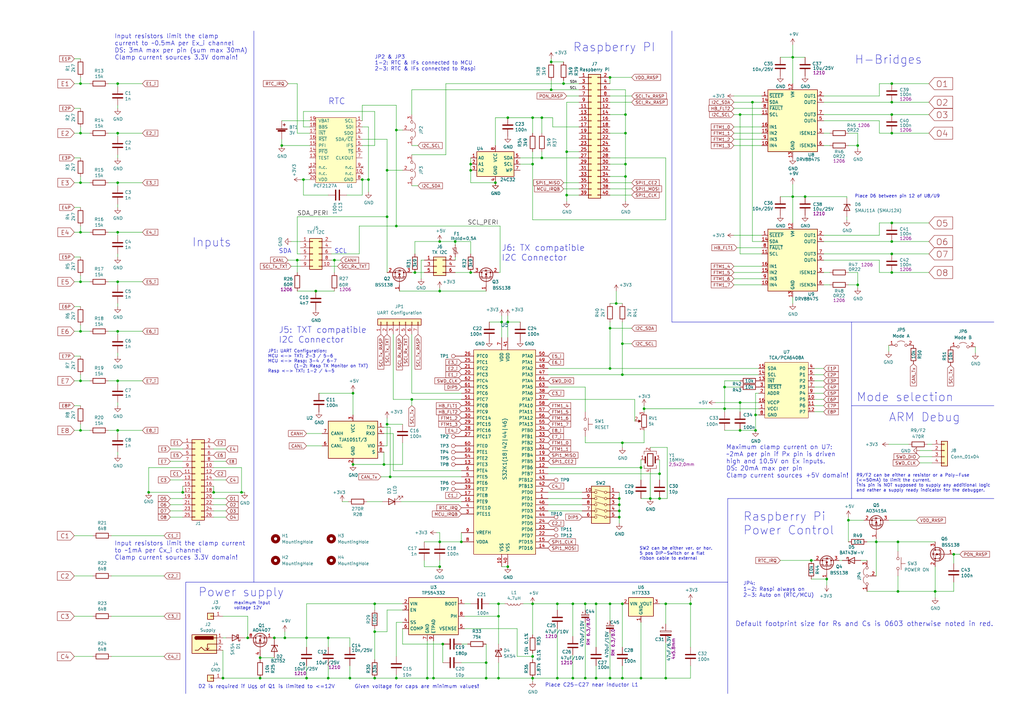
<source format=kicad_sch>
(kicad_sch (version 20250114) (generator "eeschema") (generator_version "9.0")
  (paper "A3")
  (title_block (title "Raspberry Electronics HAT for ft V2.1") (date "2025-06-10") (rev "V2.1") (company "Lippmann Elektronik"))
  (text "Place C25-C27 near inductor L1" (at 223.52 281.94 0) (effects (font (size 1.5 1.5)) (justify left bottom)))
  (text "Raspberry PI" (at 234.95 21.59 0) (effects (font (size 3.5052 3.5052)) (justify left bottom)))
  (text "Default footprint size for Rs and Cs is 0603 otherwise noted in red." (at 301.625 257.175 0) (effects (font (size 2 2)) (justify left bottom)))
  (text "J6: TX compatible\nI2C Connector" (at 205.74 107.315 0) (effects (font (size 2.4892 2.4892)) (justify left bottom)))
  (text "D2 is required if U_{GS} of Q1 is limited to <=12V" (at 81.28 282.575 0) (effects (font (size 1.5 1.5)) (justify left bottom)))
  (text "Mode selection" (at 391.16 165.1 0) (effects (font (size 3.5052 3.5052)) (justify right bottom)))
  (text "Input resistors limit the clamp\ncurrent to ~0.5mA per Ex_i channel\nDS: 3mA max per pin (sum max 30mA)\nClamp current sources 3.3V domain!" (at 46.99 24.765 0) (effects (font (size 1.8034 1.8034)) (justify left bottom)))
  (text "SCL" (at 137.16 104.14 0) (effects (font (size 1.8034 1.8034)) (justify left bottom)))
  (text "Maximum clamp current on U7:\n~2mA per pin if Px pin is driven\nhigh and 10.5V on Ex inputs.\nDS: 20mA max per pin\nClamp current sources +5V domain!" (at 297.815 196.215 0) (effects (font (size 1.8034 1.8034)) (justify left bottom)))
  (text "H-Bridges" (at 350.52 26.67 0) (effects (font (size 3.5052 3.5052)) (justify left bottom)))
  (text "Inputs" (at 78.74 101.6 0) (effects (font (size 3.5052 3.5052)) (justify left bottom)))
  (text "Power supply" (at 81.28 245.11 0) (effects (font (size 3.5052 3.5052)) (justify left bottom)))
  (text "JP2 & JP3\n1-2: RTC & IFs connected to MCU\n2-3: RTC & IFs connected to Raspi" (at 153.67 29.21 0) (effects (font (size 1.4986 1.4986)) (justify left bottom)))
  (text "maximum input\nvoltage 12V" (at 95.885 250.19 0) (effects (font (size 1.27 1.27)) (justify left bottom)))
  (text "SDA" (at 114.3 104.14 0) (effects (font (size 1.8034 1.8034)) (justify left bottom)))
  (text "Raspberry Pi\nPower Control" (at 304.8 219.71 0) (effects (font (size 3.5052 3.5052)) (justify left bottom)))
  (text "SW2 can be either ver. or hor.\n5 pos DIP-Switch or a flat\nribbon cable to external" (at 262.255 229.87 0) (effects (font (size 1.27 1.27)) (justify left bottom)))
  (text "J5: TXT compatible\nI2C Connector" (at 114.3 140.97 0) (effects (font (size 2.4892 2.4892)) (justify left bottom)))
  (text "ARM Debug" (at 364.49 173.355 0) (effects (font (size 3.5052 3.5052)) (justify left bottom)))
  (text "R9/F2 can be either a resistor or a Poly-Fuse\n(<=50mA) to limit the current.\nThis pin is NOT supposed to supply any additional logic\nand rather a supply ready indicator for the debugger." (at 351.155 198.12 0) (effects (font (size 1.27 1.27)) (justify left)))
  (text "Place D6 between pin 12 of U8/U9" (at 350.52 81.28 0) (effects (font (size 1.27 1.27)) (justify left bottom)))
  (text "JP4:\n1-2: Raspi always on\n2-3: Auto on (RTC/MCU)" (at 304.8 245.11 0) (effects (font (size 1.4986 1.4986)) (justify left bottom)))
  (text "JP1: UART Configuration:\nMCU <-> TXT: 2-3 / 5-6\nMCU <-> Rasp: 3-4 / 6-7\n           (1-2: Rasp TX Monitor on TXT)\nRasp <-> TXT: 1-2 / 4-5" (at 109.855 153.035 0) (effects (font (size 1.27 1.27)) (justify left bottom)))
  (text "Given voltage for caps are minimum values!" (at 145.415 282.575 0) (effects (font (size 1.5 1.5)) (justify left bottom)))
  (text "Input resistors limit the clamp current\nto ~1mA per Cx_i channel\nClamp current sources 3.3V domain!" (at 46.99 229.87 0) (effects (font (size 1.8034 1.8034)) (justify left bottom)))
  (text "RTC" (at 134.62 43.18 0) (effects (font (size 2.4892 2.4892)) (justify left bottom)))
  (junction (at 222.25 48.26))
  (junction (at 48.26 176.53))
  (junction (at 203.2 74.93))
  (junction (at 256.54 54.61))
  (junction (at 170.18 111.76))
  (junction (at 180.34 232.41))
  (junction (at 264.16 167.64))
  (junction (at 101.6 261.62))
  (junction (at 308.61 41.91))
  (junction (at 309.88 170.18))
  (junction (at 391.16 227.33))
  (junction (at 106.68 269.748))
  (junction (at 189.23 222.25))
  (junction (at 153.67 247.65))
  (junction (at 309.88 176.53))
  (junction (at 330.2 80.645))
  (junction (at 325.12 80.645))
  (junction (at 368.3 242.57))
  (junction (at 144.78 190.5))
  (junction (at 262.89 278.13))
  (junction (at 244.475 247.65))
  (junction (at 255.27 278.13))
  (junction (at 134.62 278.13))
  (junction (at 199.39 278.13))
  (junction (at 134.62 261.62))
  (junction (at 99.06 201.93))
  (junction (at 266.7 204.47))
  (junction (at 205.74 132.08))
  (junction (at 325.12 23.495))
  (junction (at 254 204.47))
  (junction (at 33.02 115.57))
  (junction (at 121.92 106.68))
  (junction (at 181.61 264.16))
  (junction (at 48.26 74.93))
  (junction (at 186.69 99.06))
  (junction (at 365.76 41.91))
  (junction (at 256.54 67.31))
  (junction (at 112.522 261.62))
  (junction (at 365.76 46.99))
  (junction (at 270.51 204.47))
  (junction (at 204.47 278.13))
  (junction (at 232.41 62.23))
  (junction (at 255.27 247.65))
  (junction (at 125.73 261.62))
  (junction (at 332.74 229.87))
  (junction (at 255.27 153.67))
  (junction (at 359.41 222.25))
  (junction (at 175.26 278.13))
  (junction (at 234.95 278.13))
  (junction (at 250.19 278.13))
  (junction (at 193.04 111.76))
  (junction (at 33.02 74.93))
  (junction (at 158.75 69.85))
  (junction (at 273.05 247.65))
  (junction (at 74.93 201.93))
  (junction (at 204.47 247.65))
  (junction (at 137.16 106.68))
  (junction (at 48.26 54.61))
  (junction (at 297.18 158.75))
  (junction (at 270.51 194.31))
  (junction (at 116.84 261.62))
  (junction (at 252.73 124.46))
  (junction (at 208.28 132.08))
  (junction (at 347.98 213.36))
  (junction (at 87.63 201.93))
  (junction (at 228.6 247.65))
  (junction (at 231.14 34.29))
  (junction (at 60.96 201.93))
  (junction (at 255.27 181.61))
  (junction (at 283.21 247.65))
  (junction (at 250.19 31.75))
  (junction (at 218.44 67.31))
  (junction (at 153.67 278.13))
  (junction (at 303.53 176.53))
  (junction (at 218.44 278.13))
  (junction (at 222.25 64.77))
  (junction (at 193.04 67.31))
  (junction (at 48.26 34.29))
  (junction (at 365.76 34.29))
  (junction (at 226.06 25.4))
  (junction (at 91.44 278.13))
  (junction (at 193.04 69.85))
  (junction (at 199.39 271.78))
  (junction (at 351.79 116.84))
  (junction (at 250.19 151.13))
  (junction (at 124.46 73.66))
  (junction (at 151.13 73.66))
  (junction (at 177.8 278.13))
  (junction (at 208.28 48.26))
  (junction (at 168.91 163.83))
  (junction (at 228.6 278.13))
  (junction (at 240.03 247.65))
  (junction (at 129.54 119.38))
  (junction (at 208.28 232.41))
  (junction (at 33.02 95.25))
  (junction (at 157.48 190.5))
  (junction (at 218.44 269.24))
  (junction (at 365.76 99.06))
  (junction (at 160.02 195.58))
  (junction (at 226.06 36.83))
  (junction (at 250.19 247.65))
  (junction (at 48.26 115.57))
  (junction (at 162.56 53.34))
  (junction (at 106.68 278.13))
  (junction (at 218.44 247.65))
  (junction (at 255.27 140.97))
  (junction (at 368.3 222.25))
  (junction (at 339.09 237.49))
  (junction (at 365.76 54.61))
  (junction (at 303.53 165.1))
  (junction (at 33.02 54.61))
  (junction (at 244.475 278.13))
  (junction (at 365.76 104.14))
  (junction (at 158.75 88.9))
  (junction (at 256.54 46.99))
  (junction (at 365.76 111.76))
  (junction (at 162.56 278.13))
  (junction (at 254 212.09))
  (junction (at 144.78 161.29))
  (junction (at 148.59 73.66))
  (junction (at 33.02 176.53))
  (junction (at 232.41 80.01))
  (junction (at 383.54 242.57))
  (junction (at 143.51 278.13))
  (junction (at 180.34 222.25))
  (junction (at 365.76 91.44))
  (junction (at 48.26 95.25))
  (junction (at 303.53 46.99))
  (junction (at 250.19 134.62))
  (junction (at 254 207.01))
  (junction (at 256.54 72.39))
  (junction (at 218.44 48.26))
  (junction (at 262.89 191.77))
  (junction (at 33.02 156.21))
  (junction (at 158.75 173.99))
  (junction (at 48.26 156.21))
  (junction (at 162.56 92.71))
  (junction (at 33.02 135.89))
  (junction (at 204.47 252.73))
  (junction (at 33.02 34.29))
  (junction (at 234.95 247.65))
  (junction (at 297.18 167.64))
  (junction (at 153.67 259.08))
  (junction (at 351.79 59.69))
  (junction (at 180.34 119.38))
  (junction (at 240.03 278.13))
  (junction (at 48.26 135.89))
  (junction (at 125.73 278.13))
  (junction (at 254 209.55))
  (junction (at 273.05 278.13))
  (junction (at 180.34 99.06))
  (junction (at 115.57 59.69))
  (wire (pts (xy 240.03 168.91) (xy 240.03 158.75)))
  (wire (pts (xy 124.46 45.72) (xy 124.46 52.07)))
  (wire (pts (xy 153.67 45.72) (xy 124.46 45.72)))
  (wire (pts (xy 69.85 184.15) (xy 74.93 184.15)))
  (wire (pts (xy 309.88 170.18) (xy 309.88 161.29)))
  (wire (pts (xy 312.42 46.99) (xy 303.53 46.99)))
  (wire (pts (xy 360.68 111.76) (xy 365.76 111.76)))
  (wire (pts (xy 334.01 151.13) (xy 337.82 151.13)))
  (wire (pts (xy 48.26 146.05) (xy 48.26 144.78)))
  (wire (pts (xy 262.89 204.47) (xy 266.7 204.47)))
  (wire (pts (xy 44.45 95.25) (xy 48.26 95.25)))
  (wire (pts (xy 124.46 52.07) (xy 127 52.07)))
  (wire (pts (xy 162.56 269.24) (xy 162.56 255.27)))
  (wire (pts (xy 226.06 36.83) (xy 168.91 36.83)))
  (wire (pts (xy 180.34 118.11) (xy 180.34 119.38)))
  (wire (pts (xy 116.84 261.62) (xy 125.73 261.62)))
  (wire (pts (xy 180.34 218.44) (xy 179.07 218.44)))
  (wire (pts (xy 121.92 106.68) (xy 123.19 106.68)))
  (wire (pts (xy 218.44 278.13) (xy 228.6 278.13)))
  (wire (pts (xy 334.01 158.75) (xy 337.82 158.75)))
  (wire (pts (xy 224.79 158.75) (xy 240.03 158.75)))
  (wire (pts (xy 240.03 247.65) (xy 244.475 247.65)))
  (wire (pts (xy 334.01 166.37) (xy 337.82 166.37)))
  (wire (pts (xy 303.53 46.99) (xy 300.99 46.99)))
  (wire (pts (xy 238.76 201.93) (xy 224.79 201.93)))
  (wire (pts (xy 161.29 177.8) (xy 161.29 193.04)))
  (wire (pts (xy 250.19 72.39) (xy 256.54 72.39)))
  (wire (pts (xy 33.02 95.25) (xy 36.83 95.25)))
  (wire (pts (xy 193.04 74.93) (xy 203.2 74.93)))
  (wire (pts (xy 158.75 88.9) (xy 158.75 111.76)))
  (wire (pts (xy 325.12 75.565) (xy 325.12 80.645)))
  (wire (pts (xy 359.41 222.25) (xy 359.41 220.98)))
  (wire (pts (xy 325.12 18.415) (xy 325.12 23.495)))
  (wire (pts (xy 45.72 219.71) (xy 67.31 219.71)))
  (wire (pts (xy 135.89 104.14) (xy 147.32 104.14)))
  (wire (pts (xy 158.75 182.88) (xy 157.48 182.88)))
  (wire (pts (xy 232.41 80.01) (xy 232.41 82.55)))
  (wire (pts (xy 33.02 133.35) (xy 33.02 135.89)))
  (wire (pts (xy 244.475 278.13) (xy 250.19 278.13)))
  (wire (pts (xy 337.82 106.68) (xy 360.68 106.68)))
  (wire (pts (xy 334.01 161.29) (xy 337.82 161.29)))
  (wire (pts (xy 232.41 39.37) (xy 237.49 39.37)))
  (wire (pts (xy 250.19 247.65) (xy 255.27 247.65)))
  (wire (pts (xy 30.48 34.29) (xy 33.02 34.29)))
  (wire (pts (xy 256.54 67.31) (xy 256.54 72.39)))
  (wire (pts (xy 383.54 242.57) (xy 383.54 245.11)))
  (wire (pts (xy 153.67 259.08) (xy 153.67 270.51)))
  (wire (pts (xy 48.26 125.73) (xy 48.26 124.46)))
  (wire (pts (xy 142.875 205.74) (xy 140.335 205.74)))
  (wire (pts (xy 173.99 222.25) (xy 180.34 222.25)))
  (wire (pts (xy 226.06 25.4) (xy 231.14 25.4)))
  (wire (pts (xy 244.475 247.65) (xy 244.475 265.43)))
  (wire (pts (xy 351.79 116.84) (xy 351.79 118.11)))
  (wire (pts (xy 200.66 247.65) (xy 204.47 247.65)))
  (wire (pts (xy 30.48 54.61) (xy 33.02 54.61)))
  (wire (pts (xy 262.89 191.77) (xy 224.79 191.77)))
  (wire (pts (xy 359.41 222.25) (xy 368.3 222.25)))
  (wire (pts (xy 383.54 232.41) (xy 383.54 242.57)))
  (wire (pts (xy 218.44 278.13) (xy 218.44 279.4)))
  (wire (pts (xy 199.39 271.78) (xy 199.39 278.13)))
  (wire (pts (xy 303.53 104.14) (xy 303.53 46.99)))
  (wire (pts (xy 148.59 80.01) (xy 148.59 73.66)))
  (wire (pts (xy 339.09 237.49) (xy 339.09 240.03)))
  (wire (pts (xy 48.26 137.16) (xy 48.26 135.89)))
  (wire (pts (xy 162.56 92.71) (xy 147.32 92.71)))
  (wire (pts (xy 208.28 129.54) (xy 208.28 132.08)))
  (wire (pts (xy 255.27 181.61) (xy 255.27 183.515)))
  (wire (pts (xy 116.84 259.08) (xy 116.84 261.62)))
  (wire (pts (xy 87.63 189.23) (xy 92.71 189.23)))
  (wire (pts (xy 173.99 229.87) (xy 173.99 232.41)))
  (wire (pts (xy 125.73 273.05) (xy 125.73 278.13)))
  (wire (pts (xy 351.79 111.76) (xy 351.79 116.84)))
  (wire (pts (xy 30.48 269.24) (xy 38.1 269.24)))
  (wire (pts (xy 118.11 34.29) (xy 121.92 34.29)))
  (wire (pts (xy 189.23 271.78) (xy 199.39 271.78)))
  (wire (pts (xy 237.49 62.23) (xy 232.41 62.23)))
  (wire (pts (xy 58.42 135.89) (xy 48.26 135.89)))
  (wire (pts (xy 238.76 209.55) (xy 224.79 209.55)))
  (wire (pts (xy 256.54 36.83) (xy 256.54 46.99)))
  (wire (pts (xy 234.95 247.65) (xy 234.95 260.985)))
  (wire (pts (xy 218.44 247.65) (xy 218.44 260.35)))
  (wire (pts (xy 297.18 158.75) (xy 297.18 167.64)))
  (wire (pts (xy 33.02 64.77) (xy 30.48 64.77)))
  (wire (pts (xy 264.16 167.64) (xy 297.18 167.64)))
  (wire (pts (xy 127 49.53) (xy 115.57 49.53)))
  (wire (pts (xy 162.56 278.13) (xy 162.56 276.86)))
  (polyline (pts (xy 298.45 204.47) (xy 298.45 284.48)) (stroke (width 0) (type solid)))
  (wire (pts (xy 266.7 204.47) (xy 270.51 204.47)))
  (wire (pts (xy 204.47 247.65) (xy 204.47 252.73)))
  (wire (pts (xy 337.82 39.37) (xy 360.68 39.37)))
  (wire (pts (xy 218.44 247.65) (xy 228.6 247.65)))
  (wire (pts (xy 252.73 124.46) (xy 255.27 124.46)))
  (wire (pts (xy 194.31 111.76) (xy 193.04 111.76)))
  (wire (pts (xy 193.04 247.65) (xy 190.5 247.65)))
  (wire (pts (xy 204.47 247.65) (xy 207.01 247.65)))
  (wire (pts (xy 254 207.01) (xy 254 209.55)))
  (wire (pts (xy 177.8 262.89) (xy 177.8 278.13)))
  (wire (pts (xy 218.44 270.51) (xy 218.44 269.24)))
  (wire (pts (xy 368.3 242.57) (xy 383.54 242.57)))
  (wire (pts (xy 33.02 34.29) (xy 36.83 34.29)))
  (wire (pts (xy 180.34 119.38) (xy 199.39 119.38)))
  (wire (pts (xy 60.96 191.77) (xy 60.96 201.93)))
  (wire (pts (xy 48.26 116.84) (xy 48.26 115.57)))
  (wire (pts (xy 270.51 194.31) (xy 270.51 196.85)))
  (wire (pts (xy 125.73 182.88) (xy 132.08 182.88)))
  (wire (pts (xy 351.79 59.69) (xy 351.79 60.96)))
  (wire (pts (xy 355.6 222.25) (xy 359.41 222.25)))
  (wire (pts (xy 33.02 72.39) (xy 33.02 74.93)))
  (wire (pts (xy 255.27 153.67) (xy 311.15 153.67)))
  (wire (pts (xy 123.19 99.06) (xy 119.38 99.06)))
  (wire (pts (xy 391.16 227.33) (xy 393.7 227.33)))
  (wire (pts (xy 303.53 176.53) (xy 309.88 176.53)))
  (wire (pts (xy 177.8 278.13) (xy 199.39 278.13)))
  (wire (pts (xy 334.01 156.21) (xy 337.82 156.21)))
  (wire (pts (xy 224.79 163.83) (xy 260.35 163.83)))
  (wire (pts (xy 377.19 189.865) (xy 382.27 189.865)))
  (wire (pts (xy 164.465 205.74) (xy 189.23 205.74)))
  (wire (pts (xy 168.91 163.83) (xy 168.91 166.37)))
  (wire (pts (xy 168.91 59.69) (xy 171.45 59.69)))
  (wire (pts (xy 264.16 181.61) (xy 255.27 181.61)))
  (wire (pts (xy 325.12 80.645) (xy 330.2 80.645)))
  (wire (pts (xy 283.21 247.65) (xy 283.21 265.43)))
  (wire (pts (xy 337.82 59.69) (xy 340.36 59.69)))
  (wire (pts (xy 119.38 109.22) (xy 123.19 109.22)))
  (wire (pts (xy 347.98 213.36) (xy 354.33 213.36)))
  (wire (pts (xy 147.32 92.71) (xy 147.32 104.14)))
  (wire (pts (xy 300.99 116.84) (xy 312.42 116.84)))
  (wire (pts (xy 134.62 273.05) (xy 134.62 278.13)))
  (wire (pts (xy 218.44 62.23) (xy 218.44 67.31)))
  (wire (pts (xy 240.03 255.27) (xy 240.03 278.13)))
  (wire (pts (xy 226.695 48.26) (xy 222.25 48.26)))
  (wire (pts (xy 125.73 261.62) (xy 134.62 261.62)))
  (wire (pts (xy 273.05 263.525) (xy 273.05 278.13)))
  (wire (pts (xy 383.54 222.25) (xy 368.3 222.25)))
  (wire (pts (xy 283.21 273.05) (xy 283.21 278.13)))
  (wire (pts (xy 222.25 62.23) (xy 222.25 64.77)))
  (wire (pts (xy 270.51 188.595) (xy 270.51 194.31)))
  (wire (pts (xy 273.05 278.13) (xy 283.21 278.13)))
  (wire (pts (xy 231.14 77.47) (xy 237.49 77.47)))
  (wire (pts (xy 189.23 195.58) (xy 160.02 195.58)))
  (wire (pts (xy 199.39 278.13) (xy 204.47 278.13)))
  (wire (pts (xy 48.26 186.69) (xy 48.26 185.42)))
  (wire (pts (xy 121.92 104.14) (xy 123.19 104.14)))
  (wire (pts (xy 250.19 39.37) (xy 259.08 39.37)))
  (wire (pts (xy 30.48 219.71) (xy 38.1 219.71)))
  (wire (pts (xy 58.42 74.93) (xy 48.26 74.93)))
  (wire (pts (xy 262.89 278.13) (xy 273.05 278.13)))
  (wire (pts (xy 115.57 57.15) (xy 115.57 59.69)))
  (wire (pts (xy 165.1 264.16) (xy 165.1 257.81)))
  (wire (pts (xy 180.34 222.25) (xy 189.23 222.25)))
  (wire (pts (xy 44.45 34.29) (xy 48.26 34.29)))
  (wire (pts (xy 148.59 59.69) (xy 153.67 59.69)))
  (wire (pts (xy 33.02 166.37) (xy 30.48 166.37)))
  (wire (pts (xy 48.26 35.56) (xy 48.26 34.29)))
  (wire (pts (xy 74.93 207.01) (xy 69.85 207.01)))
  (wire (pts (xy 334.01 163.83) (xy 337.82 163.83)))
  (wire (pts (xy 189.23 193.04) (xy 161.29 193.04)))
  (wire (pts (xy 240.03 278.13) (xy 244.475 278.13)))
  (wire (pts (xy 69.85 196.85) (xy 74.93 196.85)))
  (wire (pts (xy 74.93 209.55) (xy 69.85 209.55)))
  (wire (pts (xy 300.99 57.15) (xy 312.42 57.15)))
  (wire (pts (xy 300.99 114.3) (xy 312.42 114.3)))
  (wire (pts (xy 148.59 43.18) (xy 162.56 43.18)))
  (wire (pts (xy 134.62 261.62) (xy 143.51 261.62)))
  (wire (pts (xy 186.69 99.06) (xy 186.69 100.33)))
  (wire (pts (xy 334.01 153.67) (xy 337.82 153.67)))
  (wire (pts (xy 380.365 182.245) (xy 382.27 182.245)))
  (wire (pts (xy 254 209.55) (xy 254 212.09)))
  (wire (pts (xy 309.88 170.18) (xy 309.88 176.53)))
  (wire (pts (xy 360.68 34.29) (xy 365.76 34.29)))
  (wire (pts (xy 212.09 269.24) (xy 218.44 269.24)))
  (wire (pts (xy 121.92 88.9) (xy 121.92 104.14)))
  (wire (pts (xy 135.89 109.22) (xy 138.43 109.22)))
  (wire (pts (xy 92.71 196.85) (xy 87.63 196.85)))
  (wire (pts (xy 124.46 73.66) (xy 127 73.66)))
  (wire (pts (xy 297.18 176.53) (xy 303.53 176.53)))
  (wire (pts (xy 312.42 52.07) (xy 300.99 52.07)))
  (wire (pts (xy 244.475 247.65) (xy 250.19 247.65)))
  (wire (pts (xy 186.69 105.41) (xy 186.69 106.68)))
  (wire (pts (xy 129.54 119.38) (xy 137.16 119.38)))
  (wire (pts (xy 170.18 104.14) (xy 170.18 99.06)))
  (wire (pts (xy 325.12 23.495) (xy 330.2 23.495)))
  (wire (pts (xy 106.68 269.748) (xy 106.68 269.24)))
  (wire (pts (xy 87.63 201.93) (xy 99.06 201.93)))
  (wire (pts (xy 266.7 193.675) (xy 266.7 204.47)))
  (wire (pts (xy 255.27 278.13) (xy 262.89 278.13)))
  (wire (pts (xy 87.63 199.39) (xy 87.63 201.93)))
  (wire (pts (xy 193.04 67.31) (xy 193.04 69.85)))
  (wire (pts (xy 368.3 226.06) (xy 368.3 222.25)))
  (wire (pts (xy 300.99 109.22) (xy 312.42 109.22)))
  (wire (pts (xy 58.42 176.53) (xy 48.26 176.53)))
  (wire (pts (xy 337.82 116.84) (xy 340.36 116.84)))
  (wire (pts (xy 87.63 191.77) (xy 99.06 191.77)))
  (wire (pts (xy 320.04 229.87) (xy 332.74 229.87)))
  (wire (pts (xy 297.18 156.21) (xy 297.18 158.75)))
  (wire (pts (xy 144.78 161.29) (xy 144.78 170.18)))
  (wire (pts (xy 189.23 264.16) (xy 191.77 264.16)))
  (wire (pts (xy 168.91 76.2) (xy 171.45 76.2)))
  (wire (pts (xy 69.85 204.47) (xy 74.93 204.47)))
  (wire (pts (xy 125.73 247.65) (xy 153.67 247.65)))
  (wire (pts (xy 297.18 168.91) (xy 297.18 167.64)))
  (wire (pts (xy 270.51 247.65) (xy 273.05 247.65)))
  (wire (pts (xy 266.7 183.515) (xy 273.685 183.515)))
  (wire (pts (xy 158.75 250.19) (xy 158.75 259.08)))
  (wire (pts (xy 325.12 80.645) (xy 325.12 91.44)))
  (wire (pts (xy 259.08 140.97) (xy 255.27 140.97)))
  (wire (pts (xy 160.02 175.26) (xy 157.48 175.26)))
  (wire (pts (xy 158.75 173.99) (xy 165.1 173.99)))
  (wire (pts (xy 293.37 165.1) (xy 303.53 165.1)))
  (wire (pts (xy 158.75 171.45) (xy 158.75 173.99)))
  (wire (pts (xy 208.28 132.08) (xy 213.36 132.08)))
  (wire (pts (xy 161.29 137.16) (xy 161.29 163.83)))
  (wire (pts (xy 160.02 175.26) (xy 160.02 195.58)))
  (wire (pts (xy 231.14 34.29) (xy 237.49 34.29)))
  (wire (pts (xy 118.11 106.68) (xy 121.92 106.68)))
  (wire (pts (xy 30.48 115.57) (xy 33.02 115.57)))
  (wire (pts (xy 30.48 135.89) (xy 33.02 135.89)))
  (wire (pts (xy 205.74 232.41) (xy 208.28 232.41)))
  (wire (pts (xy 303.53 168.91) (xy 303.53 165.1)))
  (wire (pts (xy 204.47 278.13) (xy 218.44 278.13)))
  (wire (pts (xy 250.19 254.635) (xy 250.19 247.65)))
  (wire (pts (xy 337.82 99.06) (xy 365.76 99.06)))
  (wire (pts (xy 44.45 156.21) (xy 48.26 156.21)))
  (wire (pts (xy 153.67 278.13) (xy 162.56 278.13)))
  (wire (pts (xy 218.44 67.31) (xy 218.44 90.17)))
  (wire (pts (xy 106.68 269.748) (xy 112.522 269.748)))
  (wire (pts (xy 158.75 88.9) (xy 158.75 69.85)))
  (wire (pts (xy 255.27 140.97) (xy 255.27 153.67)))
  (wire (pts (xy 134.62 278.13) (xy 143.51 278.13)))
  (wire (pts (xy 360.68 91.44) (xy 365.76 91.44)))
  (wire (pts (xy 337.82 54.61) (xy 340.36 54.61)))
  (wire (pts (xy 347.98 59.69) (xy 351.79 59.69)))
  (wire (pts (xy 262.89 191.77) (xy 262.89 196.85)))
  (wire (pts (xy 360.68 54.61) (xy 365.76 54.61)))
  (wire (pts (xy 121.92 34.29) (xy 121.92 54.61)))
  (wire (pts (xy 237.49 52.07) (xy 226.695 52.07)))
  (wire (pts (xy 60.96 201.93) (xy 74.93 201.93)))
  (wire (pts (xy 250.19 64.77) (xy 273.05 64.77)))
  (wire (pts (xy 121.92 119.38) (xy 129.54 119.38)))
  (wire (pts (xy 400.05 142.24) (xy 400.05 144.78)))
  (wire (pts (xy 250.19 278.13) (xy 255.27 278.13)))
  (wire (pts (xy 48.26 96.52) (xy 48.26 95.25)))
  (wire (pts (xy 300.99 59.69) (xy 312.42 59.69)))
  (wire (pts (xy 186.69 111.76) (xy 193.04 111.76)))
  (wire (pts (xy 143.51 273.05) (xy 143.51 278.13)))
  (wire (pts (xy 205.105 111.76) (xy 205.105 92.71)))
  (wire (pts (xy 252.73 119.38) (xy 252.73 124.46)))
  (polyline (pts (xy 407.67 166.37) (xy 349.25 166.37)) (stroke (width 0) (type solid)))
  (wire (pts (xy 121.92 54.61) (xy 127 54.61)))
  (wire (pts (xy 360.68 49.53) (xy 360.68 54.61)))
  (wire (pts (xy 264.16 176.53) (xy 264.16 181.61)))
  (wire (pts (xy 190.5 252.73) (xy 204.47 252.73)))
  (wire (pts (xy 91.44 261.62) (xy 92.71 261.62)))
  (wire (pts (xy 175.26 278.13) (xy 177.8 278.13)))
  (wire (pts (xy 158.75 57.15) (xy 148.59 57.15)))
  (wire (pts (xy 347.345 80.645) (xy 330.2 80.645)))
  (wire (pts (xy 44.45 74.93) (xy 48.26 74.93)))
  (wire (pts (xy 250.19 77.47) (xy 259.08 77.47)))
  (wire (pts (xy 237.49 41.91) (xy 232.41 41.91)))
  (wire (pts (xy 254 204.47) (xy 254 207.01)))
  (wire (pts (xy 204.47 264.16) (xy 204.47 252.73)))
  (wire (pts (xy 125.73 177.8) (xy 132.08 177.8)))
  (wire (pts (xy 377.19 187.325) (xy 382.27 187.325)))
  (wire (pts (xy 224.79 153.67) (xy 255.27 153.67)))
  (wire (pts (xy 365.76 34.29) (xy 381 34.29)))
  (wire (pts (xy 297.18 167.64) (xy 311.15 167.64)))
  (wire (pts (xy 365.76 99.06) (xy 381 99.06)))
  (wire (pts (xy 44.45 135.89) (xy 48.26 135.89)))
  (wire (pts (xy 364.49 182.245) (xy 372.745 182.245)))
  (wire (pts (xy 134.62 265.43) (xy 134.62 261.62)))
  (wire (pts (xy 153.67 257.81) (xy 153.67 259.08)))
  (wire (pts (xy 212.09 257.81) (xy 212.09 269.24)))
  (wire (pts (xy 224.79 151.13) (xy 250.19 151.13)))
  (wire (pts (xy 250.19 132.08) (xy 250.19 134.62)))
  (wire (pts (xy 33.02 92.71) (xy 33.02 95.25)))
  (wire (pts (xy 300.99 44.45) (xy 312.42 44.45)))
  (wire (pts (xy 260.35 163.83) (xy 260.35 172.72)))
  (wire (pts (xy 325.12 121.92) (xy 325.12 124.46)))
  (wire (pts (xy 33.02 52.07) (xy 33.02 54.61)))
  (polyline (pts (xy 298.45 204.47) (xy 407.67 204.47)) (stroke (width 0) (type solid)))
  (wire (pts (xy 250.19 46.99) (xy 256.54 46.99)))
  (wire (pts (xy 58.42 115.57) (xy 48.26 115.57)))
  (wire (pts (xy 337.82 111.76) (xy 340.36 111.76)))
  (wire (pts (xy 337.82 49.53) (xy 360.68 49.53)))
  (wire (pts (xy 347.98 116.84) (xy 351.79 116.84)))
  (wire (pts (xy 381 46.99) (xy 365.76 46.99)))
  (wire (pts (xy 228.6 278.13) (xy 234.95 278.13)))
  (wire (pts (xy 199.39 271.78) (xy 199.39 264.16)))
  (wire (pts (xy 182.88 34.29) (xy 182.88 63.5)))
  (wire (pts (xy 240.03 247.65) (xy 240.03 250.19)))
  (wire (pts (xy 45.72 252.73) (xy 67.31 252.73)))
  (wire (pts (xy 256.54 72.39) (xy 256.54 82.55)))
  (wire (pts (xy 312.42 104.14) (xy 303.53 104.14)))
  (wire (pts (xy 112.522 261.62) (xy 116.84 261.62)))
  (wire (pts (xy 69.85 212.09) (xy 74.93 212.09)))
  (wire (pts (xy 300.99 96.52) (xy 312.42 96.52)))
  (wire (pts (xy 48.26 85.09) (xy 48.26 83.82)))
  (wire (pts (xy 351.79 54.61) (xy 351.79 59.69)))
  (wire (pts (xy 74.93 191.77) (xy 60.96 191.77)))
  (wire (pts (xy 320.04 23.495) (xy 325.12 23.495)))
  (wire (pts (xy 143.51 265.43) (xy 143.51 261.62)))
  (wire (pts (xy 193.04 64.77) (xy 193.04 67.31)))
  (wire (pts (xy 162.56 278.13) (xy 175.26 278.13)))
  (wire (pts (xy 218.44 48.26) (xy 222.25 48.26)))
  (wire (pts (xy 218.44 54.61) (xy 218.44 48.26)))
  (wire (pts (xy 48.26 64.77) (xy 48.26 63.5)))
  (wire (pts (xy 259.08 41.91) (xy 250.19 41.91)))
  (wire (pts (xy 48.26 55.88) (xy 48.26 54.61)))
  (wire (pts (xy 91.44 278.13) (xy 106.68 278.13)))
  (wire (pts (xy 303.53 165.1) (xy 311.15 165.1)))
  (wire (pts (xy 162.56 255.27) (xy 165.1 255.27)))
  (wire (pts (xy 262.89 188.595) (xy 262.89 191.77)))
  (wire (pts (xy 337.82 104.14) (xy 365.76 104.14)))
  (wire (pts (xy 153.67 247.65) (xy 165.1 247.65)))
  (wire (pts (xy 234.95 268.605) (xy 234.95 278.13)))
  (wire (pts (xy 254 212.09) (xy 254 214.63)))
  (wire (pts (xy 123.19 73.66) (xy 124.46 73.66)))
  (wire (pts (xy 134.62 80.01) (xy 124.46 80.01)))
  (wire (pts (xy 99.06 191.77) (xy 99.06 201.93)))
  (wire (pts (xy 173.99 106.68) (xy 172.72 106.68)))
  (wire (pts (xy 264.16 167.64) (xy 264.16 168.91)))
  (polyline (pts (xy 275.59 132.08) (xy 407.67 132.08)) (stroke (width 0) (type solid)))
  (wire (pts (xy 170.18 99.06) (xy 180.34 99.06)))
  (wire (pts (xy 334.01 168.91) (xy 337.82 168.91)))
  (wire (pts (xy 332.74 237.49) (xy 339.09 237.49)))
  (wire (pts (xy 91.44 266.7) (xy 91.44 278.13)))
  (wire (pts (xy 218.44 269.24) (xy 218.44 267.97)))
  (wire (pts (xy 153.67 250.19) (xy 153.67 247.65)))
  (wire (pts (xy 240.03 181.61) (xy 255.27 181.61)))
  (wire (pts (xy 205.105 111.76) (xy 204.47 111.76)))
  (wire (pts (xy 58.42 34.29) (xy 48.26 34.29)))
  (wire (pts (xy 360.68 39.37) (xy 360.68 34.29)))
  (wire (pts (xy 273.685 204.47) (xy 270.51 204.47)))
  (wire (pts (xy 234.95 278.13) (xy 240.03 278.13)))
  (wire (pts (xy 100.33 261.62) (xy 101.6 261.62)))
  (wire (pts (xy 337.82 96.52) (xy 360.68 96.52)))
  (wire (pts (xy 200.66 132.08) (xy 205.74 132.08)))
  (wire (pts (xy 144.78 160.655) (xy 144.78 161.29)))
  (wire (pts (xy 33.02 54.61) (xy 36.83 54.61)))
  (wire (pts (xy 231.14 33.02) (xy 231.14 34.29)))
  (wire (pts (xy 33.02 113.03) (xy 33.02 115.57)))
  (wire (pts (xy 33.02 153.67) (xy 33.02 156.21)))
  (wire (pts (xy 259.08 74.93) (xy 250.19 74.93)))
  (wire (pts (xy 303.53 156.21) (xy 297.18 156.21)))
  (wire (pts (xy 337.82 41.91) (xy 365.76 41.91)))
  (wire (pts (xy 364.49 213.36) (xy 375.92 213.36)))
  (wire (pts (xy 143.51 278.13) (xy 153.67 278.13)))
  (wire (pts (xy 360.68 96.52) (xy 360.68 91.44)))
  (wire (pts (xy 193.04 69.85) (xy 193.04 74.93)))
  (wire (pts (xy 204.47 271.78) (xy 204.47 278.13)))
  (wire (pts (xy 238.76 207.01) (xy 224.79 207.01)))
  (polyline (pts (xy 349.25 132.08) (xy 349.25 204.47)) (stroke (width 0) (type solid)))
  (wire (pts (xy 106.68 278.13) (xy 125.73 278.13)))
  (wire (pts (xy 353.06 229.87) (xy 355.6 229.87)))
  (wire (pts (xy 87.63 209.55) (xy 92.71 209.55)))
  (wire (pts (xy 30.48 95.25) (xy 33.02 95.25)))
  (wire (pts (xy 144.78 190.5) (xy 157.48 190.5)))
  (wire (pts (xy 391.16 238.76) (xy 391.16 242.57)))
  (wire (pts (xy 250.19 134.62) (xy 250.19 151.13)))
  (wire (pts (xy 101.6 252.73) (xy 91.44 252.73)))
  (wire (pts (xy 168.91 36.83) (xy 168.91 46.99)))
  (wire (pts (xy 262.89 255.27) (xy 262.89 278.13)))
  (wire (pts (xy 347.98 111.76) (xy 351.79 111.76)))
  (wire (pts (xy 168.91 161.29) (xy 189.23 161.29)))
  (wire (pts (xy 309.88 170.18) (xy 311.15 170.18)))
  (wire (pts (xy 222.25 54.61) (xy 222.25 48.26)))
  (wire (pts (xy 30.48 74.93) (xy 33.02 74.93)))
  (wire (pts (xy 168.91 111.76) (xy 170.18 111.76)))
  (wire (pts (xy 33.02 31.75) (xy 33.02 34.29)))
  (wire (pts (xy 163.83 119.38) (xy 180.34 119.38)))
  (wire (pts (xy 33.02 176.53) (xy 36.83 176.53)))
  (polyline (pts (xy 76.2 238.76) (xy 76.2 284.48)) (stroke (width 0) (type solid)))
  (wire (pts (xy 312.42 54.61) (xy 300.99 54.61)))
  (wire (pts (xy 58.42 156.21) (xy 48.26 156.21)))
  (wire (pts (xy 359.41 222.25) (xy 359.41 236.22)))
  (polyline (pts (xy 298.45 238.76) (xy 76.2 238.76)) (stroke (width 0) (type solid)))
  (wire (pts (xy 69.85 189.23) (xy 74.93 189.23)))
  (wire (pts (xy 325.12 34.29) (xy 325.12 23.495)))
  (wire (pts (xy 244.475 273.05) (xy 244.475 278.13)))
  (wire (pts (xy 175.26 262.89) (xy 175.26 278.13)))
  (wire (pts (xy 148.59 52.07) (xy 151.13 52.07)))
  (wire (pts (xy 173.99 232.41) (xy 180.34 232.41)))
  (wire (pts (xy 33.02 146.05) (xy 30.48 146.05)))
  (wire (pts (xy 308.61 41.91) (xy 312.42 41.91)))
  (wire (pts (xy 368.3 236.22) (xy 368.3 242.57)))
  (wire (pts (xy 264.16 166.37) (xy 264.16 167.64)))
  (wire (pts (xy 44.45 176.53) (xy 48.26 176.53)))
  (wire (pts (xy 303.53 158.75) (xy 297.18 158.75)))
  (wire (pts (xy 232.41 41.91) (xy 232.41 62.23)))
  (wire (pts (xy 224.79 194.31) (xy 270.51 194.31)))
  (wire (pts (xy 44.45 54.61) (xy 48.26 54.61)))
  (wire (pts (xy 125.73 265.43) (xy 125.73 261.62)))
  (wire (pts (xy 33.02 24.13) (xy 30.48 24.13)))
  (wire (pts (xy 254 201.93) (xy 254 204.47)))
  (wire (pts (xy 232.41 62.23) (xy 232.41 80.01)))
  (wire (pts (xy 347.98 54.61) (xy 351.79 54.61)))
  (wire (pts (xy 273.05 90.17) (xy 273.05 64.77)))
  (wire (pts (xy 87.63 212.09) (xy 92.71 212.09)))
  (wire (pts (xy 312.42 39.37) (xy 300.99 39.37)))
  (polyline (pts (xy 104.14 12.7) (xy 104.14 238.76)) (stroke (width 0) (type solid)))
  (wire (pts (xy 365.76 104.14) (xy 381 104.14)))
  (wire (pts (xy 151.13 73.66) (xy 151.13 78.74)))
  (wire (pts (xy 162.56 53.34) (xy 162.56 92.71)))
  (wire (pts (xy 172.72 106.68) (xy 172.72 114.3)))
  (wire (pts (xy 48.26 166.37) (xy 48.26 165.1)))
  (wire (pts (xy 33.02 173.99) (xy 33.02 176.53)))
  (wire (pts (xy 218.44 90.17) (xy 273.05 90.17)))
  (wire (pts (xy 228.6 257.81) (xy 228.6 278.13)))
  (wire (pts (xy 250.19 54.61) (xy 256.54 54.61)))
  (wire (pts (xy 255.27 273.05) (xy 255.27 278.13)))
  (wire (pts (xy 137.16 111.76) (xy 137.16 106.68)))
  (wire (pts (xy 250.19 67.31) (xy 256.54 67.31)))
  (wire (pts (xy 273.05 247.65) (xy 273.05 255.905)))
  (wire (pts (xy 218.44 67.31) (xy 213.36 67.31)))
  (wire (pts (xy 153.67 59.69) (xy 153.67 45.72)))
  (wire (pts (xy 33.02 156.21) (xy 36.83 156.21)))
  (wire (pts (xy 377.19 184.785) (xy 382.27 184.785)))
  (wire (pts (xy 168.91 137.16) (xy 168.91 161.29)))
  (wire (pts (xy 300.99 41.91) (xy 308.61 41.91)))
  (wire (pts (xy 255.27 132.08) (xy 255.27 140.97)))
  (wire (pts (xy 360.68 106.68) (xy 360.68 111.76)))
  (wire (pts (xy 162.56 43.18) (xy 162.56 53.34)))
  (wire (pts (xy 58.42 95.25) (xy 48.26 95.25)))
  (wire (pts (xy 182.88 63.5) (xy 168.91 63.5)))
  (wire (pts (xy 165.1 181.61) (xy 165.1 190.5)))
  (wire (pts (xy 48.26 177.8) (xy 48.26 176.53)))
  (wire (pts (xy 255.27 247.65) (xy 255.27 265.43)))
  (wire (pts (xy 256.54 54.61) (xy 256.54 67.31)))
  (wire (pts (xy 74.93 199.39) (xy 74.93 201.93)))
  (wire (pts (xy 99.06 201.93) (xy 100.33 201.93)))
  (wire (pts (xy 181.61 264.16) (xy 165.1 264.16)))
  (wire (pts (xy 214.63 247.65) (xy 218.44 247.65)))
  (wire (pts (xy 112.522 262.128) (xy 112.522 261.62)))
  (wire (pts (xy 181.61 264.16) (xy 181.61 271.78)))
  (wire (pts (xy 158.75 173.99) (xy 158.75 182.88)))
  (wire (pts (xy 234.95 247.65) (xy 240.03 247.65)))
  (wire (pts (xy 189.23 218.44) (xy 189.23 222.25)))
  (wire (pts (xy 127 59.69) (xy 115.57 59.69)))
  (wire (pts (xy 259.08 134.62) (xy 250.19 134.62)))
  (wire (pts (xy 48.26 105.41) (xy 48.26 104.14)))
  (wire (pts (xy 180.34 99.06) (xy 186.69 99.06)))
  (wire (pts (xy 33.02 74.93) (xy 36.83 74.93)))
  (wire (pts (xy 226.06 36.83) (xy 237.49 36.83)))
  (wire (pts (xy 148.59 49.53) (xy 148.59 43.18)))
  (wire (pts (xy 226.06 33.02) (xy 226.06 36.83)))
  (wire (pts (xy 121.92 88.9) (xy 158.75 88.9)))
  (wire (pts (xy 186.69 99.06) (xy 193.04 99.06)))
  (wire (pts (xy 203.2 48.26) (xy 208.28 48.26)))
  (wire (pts (xy 150.495 205.74) (xy 156.845 205.74)))
  (wire (pts (xy 208.28 132.08) (xy 208.28 138.43)))
  (wire (pts (xy 320.04 80.645) (xy 325.12 80.645)))
  (wire (pts (xy 226.06 24.13) (xy 226.06 25.4)))
  (wire (pts (xy 48.26 44.45) (xy 48.26 43.18)))
  (wire (pts (xy 156.21 195.58) (xy 160.02 195.58)))
  (wire (pts (xy 180.34 222.25) (xy 180.34 218.44)))
  (wire (pts (xy 347.345 88.9) (xy 347.345 90.17)))
  (wire (pts (xy 33.02 85.09) (xy 30.48 85.09)))
  (wire (pts (xy 168.91 163.83) (xy 189.23 163.83)))
  (wire (pts (xy 228.6 247.65) (xy 228.6 250.19)))
  (wire (pts (xy 193.04 99.06) (xy 193.04 104.14)))
  (wire (pts (xy 250.19 124.46) (xy 252.73 124.46)))
  (wire (pts (xy 312.42 99.06) (xy 308.61 99.06)))
  (wire (pts (xy 308.61 99.06) (xy 308.61 41.91)))
  (wire (pts (xy 347.345 81.28) (xy 347.345 80.645)))
  (wire (pts (xy 111.76 261.62) (xy 112.522 261.62)))
  (wire (pts (xy 250.19 151.13) (xy 311.15 151.13)))
  (wire (pts (xy 238.76 204.47) (xy 224.79 204.47)))
  (wire (pts (xy 165.1 250.19) (xy 158.75 250.19)))
  (wire (pts (xy 125.73 278.13) (xy 134.62 278.13)))
  (wire (pts (xy 148.59 73.66) (xy 151.13 73.66)))
  (wire (pts (xy 250.19 259.715) (xy 250.19 278.13)))
  (wire (pts (xy 365.76 111.76) (xy 381 111.76)))
  (wire (pts (xy 208.28 48.26) (xy 218.44 48.26)))
  (wire (pts (xy 30.48 156.21) (xy 33.02 156.21)))
  (wire (pts (xy 309.88 161.29) (xy 311.15 161.29)))
  (wire (pts (xy 30.48 176.53) (xy 33.02 176.53)))
  (wire (pts (xy 33.02 125.73) (xy 30.48 125.73)))
  (wire (pts (xy 121.92 111.76) (xy 121.92 106.68)))
  (wire (pts (xy 312.42 101.6) (xy 302.26 101.6)))
  (wire (pts (xy 58.42 54.61) (xy 48.26 54.61)))
  (wire (pts (xy 48.26 157.48) (xy 48.26 156.21)))
  (wire (pts (xy 391.16 231.14) (xy 391.16 227.33)))
  (wire (pts (xy 365.76 41.91) (xy 381 41.91)))
  (wire (pts (xy 365.76 54.61) (xy 381 54.61)))
  (wire (pts (xy 158.75 57.15) (xy 158.75 69.85)))
  (wire (pts (xy 33.02 115.57) (xy 36.83 115.57)))
  (wire (pts (xy 222.25 64.77) (xy 237.49 64.77)))
  (wire (pts (xy 283.21 246.38) (xy 283.21 247.65)))
  (wire (pts (xy 137.16 106.68) (xy 139.7 106.68)))
  (wire (pts (xy 347.98 213.36) (xy 347.98 222.25)))
  (wire (pts (xy 203.2 59.69) (xy 203.2 48.26)))
  (wire (pts (xy 250.19 34.29) (xy 250.19 31.75)))
  (wire (pts (xy 250.19 36.83) (xy 256.54 36.83)))
  (wire (pts (xy 157.48 190.5) (xy 157.48 185.42)))
  (wire (pts (xy 347.98 212.09) (xy 347.98 213.36)))
  (wire (pts (xy 237.49 80.01) (xy 232.41 80.01)))
  (wire (pts (xy 30.48 252.73) (xy 38.1 252.73)))
  (wire (pts (xy 151.13 52.07) (xy 151.13 73.66)))
  (wire (pts (xy 337.82 46.99) (xy 365.76 46.99)))
  (wire (pts (xy 48.26 76.2) (xy 48.26 74.93)))
  (wire (pts (xy 381 91.44) (xy 365.76 91.44)))
  (wire (pts (xy 162.56 92.71) (xy 205.105 92.71)))
  (wire (pts (xy 142.24 80.01) (xy 148.59 80.01)))
  (wire (pts (xy 355.6 242.57) (xy 368.3 242.57)))
  (wire (pts (xy 273.685 183.515) (xy 273.685 204.47)))
  (wire (pts (xy 273.05 247.65) (xy 283.21 247.65)))
  (polyline (pts (xy 275.59 12.7) (xy 275.59 132.08)) (stroke (width 0) (type solid)))
  (wire (pts (xy 106.68 270.51) (xy 106.68 269.748)))
  (wire (pts (xy 30.48 236.22) (xy 38.1 236.22)))
  (wire (pts (xy 226.695 52.07) (xy 226.695 48.26)))
  (wire (pts (xy 125.73 261.62) (xy 125.73 247.65)))
  (wire (pts (xy 250.19 31.75) (xy 259.08 31.75)))
  (wire (pts (xy 45.72 269.24) (xy 67.31 269.24)))
  (wire (pts (xy 161.29 163.83) (xy 168.91 163.83)))
  (wire (pts (xy 45.72 236.22) (xy 67.31 236.22)))
  (wire (pts (xy 205.74 129.54) (xy 205.74 132.08)))
  (wire (pts (xy 165.1 190.5) (xy 157.48 190.5)))
  (wire (pts (xy 130.81 161.29) (xy 144.78 161.29)))
  (wire (pts (xy 92.71 184.15) (xy 87.63 184.15)))
  (wire (pts (xy 101.6 252.73) (xy 101.6 261.62)))
  (wire (pts (xy 33.02 44.45) (xy 30.48 44.45)))
  (wire (pts (xy 259.08 80.01) (xy 250.19 80.01)))
  (wire (pts (xy 228.6 247.65) (xy 234.95 247.65)))
  (wire (pts (xy 33.02 135.89) (xy 36.83 135.89)))
  (wire (pts (xy 158.75 259.08) (xy 153.67 259.08)))
  (wire (pts (xy 364.49 141.605) (xy 364.49 144.145)))
  (wire (pts (xy 44.45 115.57) (xy 48.26 115.57)))
  (wire (pts (xy 256.54 46.99) (xy 256.54 54.61)))
  (wire (pts (xy 231.14 74.93) (xy 237.49 74.93)))
  (wire (pts (xy 231.14 34.29) (xy 182.88 34.29)))
  (wire (pts (xy 391.16 242.57) (xy 383.54 242.57)))
  (wire (pts (xy 158.75 69.85) (xy 165.1 69.85)))
  (wire (pts (xy 213.36 64.77) (xy 222.25 64.77)))
  (wire (pts (xy 170.18 111.76) (xy 173.99 111.76)))
  (wire (pts (xy 124.46 80.01) (xy 124.46 73.66)))
  (wire (pts (xy 165.1 53.34) (xy 162.56 53.34)))
  (wire (pts (xy 205.74 132.08) (xy 205.74 138.43)))
  (wire (pts (xy 161.29 177.8) (xy 157.48 177.8)))
  (wire (pts (xy 180.34 229.87) (xy 180.34 232.41)))
  (wire (pts (xy 300.99 111.76) (xy 312.42 111.76)))
  (wire (pts (xy 240.03 179.07) (xy 240.03 181.61)))
  (wire (pts (xy 190.5 257.81) (xy 212.09 257.81)))
  (wire (pts (xy 135.89 106.68) (xy 137.16 106.68)))
  (wire (pts (xy 33.02 105.41) (xy 30.48 105.41)))
  (wire (pts (xy 344.17 229.87) (xy 345.44 229.87)))
  (wire (pts (xy 332.74 229.87) (xy 334.01 229.87)))
  (wire (pts (xy 92.71 204.47) (xy 87.63 204.47)))
  (wire (pts (xy 92.71 207.01) (xy 87.63 207.01)))
  (label "SDA" (at 233.68 34.29 0) (effects (font (size 0.9906 0.9906))))
  (label "SCL" (at 233.68 36.83 0) (effects (font (size 0.9906 0.9906))))
  (label "SCL_PERI" (at 191.77 92.71 0) (effects (font (size 1.8034 1.8034))))
  (label "SDA_PERI" (at 121.92 88.9 0) (effects (font (size 1.8034 1.8034))))
  (global_label "E1_i" (shape input) (at 189.23 153.67 180) (property "Intersheetrefs" "${INTERSHEET_REFS}" (effects (hide yes))) (property "Referenzen zwischen Schaltplänen" "${INTERSHEET_REFS}" (effects (hide yes))))
  (global_label "SWD_CLK" (shape input) (at 189.23 156.21 180) (property "Intersheetrefs" "${INTERSHEET_REFS}" (effects (hide yes))) (property "Referenzen zwischen Schaltplänen" "${INTERSHEET_REFS}" (effects (hide yes))))
  (global_label "SCI_Tx" (shape input) (at 389.89 149.86 270) (property "Intersheetrefs" "${INTERSHEET_REFS}" (effects (hide yes))) (property "Referenzen zwischen Schaltplänen" "${INTERSHEET_REFS}" (effects (hide yes))))
  (global_label "E6P" (shape input) (at 30.48 125.73 180) (property "Intersheetrefs" "${INTERSHEET_REFS}" (effects (hide yes))) (property "Referenzen zwischen Schaltplänen" "${INTERSHEET_REFS}" (effects (hide yes))))
  (global_label "SPI1_CE2" (shape input) (at 259.08 74.93 0) (property "Intersheetrefs" "${INTERSHEET_REFS}" (effects (hide yes))) (property "Referenzen zwischen Schaltplänen" "${INTERSHEET_REFS}" (effects (hide yes))))
  (global_label "I2C_SDA" (shape input) (at 300.99 41.91 180) (property "Intersheetrefs" "${INTERSHEET_REFS}" (effects (hide yes))) (property "Referenzen zwischen Schaltplänen" "${INTERSHEET_REFS}" (effects (hide yes))))
  (global_label "FTM1_4" (shape input) (at 300.99 109.22 180) (property "Intersheetrefs" "${INTERSHEET_REFS}" (effects (hide yes))) (property "Referenzen zwischen Schaltplänen" "${INTERSHEET_REFS}" (effects (hide yes))))
  (global_label "SWD_DIO" (shape input) (at 377.19 187.325 180) (property "Intersheetrefs" "${INTERSHEET_REFS}" (effects (hide yes))) (property "Referenzen zwischen Schaltplänen" "${INTERSHEET_REFS}" (effects (hide yes))))
  (global_label "E6" (shape input) (at 87.63 186.69 0) (property "Intersheetrefs" "${INTERSHEET_REFS}" (effects (hide yes))) (property "Referenzen zwischen Schaltplänen" "${INTERSHEET_REFS}" (effects (hide yes))))
  (global_label "PON_RASP" (shape input) (at 393.7 227.33 0) (property "Intersheetrefs" "${INTERSHEET_REFS}" (effects (hide yes))) (property "Referenzen zwischen Schaltplänen" "${INTERSHEET_REFS}" (effects (hide yes))))
  (global_label "HB_FLT1" (shape input) (at 302.26 101.6 180) (property "Intersheetrefs" "${INTERSHEET_REFS}" (effects (hide yes))) (property "Referenzen zwischen Schaltplänen" "${INTERSHEET_REFS}" (effects (hide yes))))
  (global_label "FTM1_4" (shape input) (at 224.79 166.37 0) (property "Intersheetrefs" "${INTERSHEET_REFS}" (effects (hide yes))) (property "Referenzen zwischen Schaltplänen" "${INTERSHEET_REFS}" (effects (hide yes))))
  (global_label "O2" (shape input) (at 381 41.91 0) (effects (font (size 2.4892 2.4892))) (property "Intersheetrefs" "${INTERSHEET_REFS}" (effects (hide yes))) (property "Referenzen zwischen Schaltplänen" "${INTERSHEET_REFS}" (effects (hide yes))))
  (global_label "E1" (shape input) (at 30.48 34.29 180) (effects (font (size 1.8034 1.8034))) (property "Intersheetrefs" "${INTERSHEET_REFS}" (effects (hide yes))) (property "Referenzen zwischen Schaltplänen" "${INTERSHEET_REFS}" (effects (hide yes))))
  (global_label "E8_i" (shape input) (at 224.79 176.53 0) (property "Intersheetrefs" "${INTERSHEET_REFS}" (effects (hide yes))) (property "Referenzen zwischen Schaltplänen" "${INTERSHEET_REFS}" (effects (hide yes))))
  (global_label "RTC_IRQ" (shape input) (at 320.04 229.87 180) (property "Intersheetrefs" "${INTERSHEET_REFS}" (effects (hide yes))) (property "Referenzen zwischen Schaltplänen" "${INTERSHEET_REFS}" (effects (hide yes))))
  (global_label "C3_i" (shape input) (at 67.31 252.73 0) (property "Intersheetrefs" "${INTERSHEET_REFS}" (effects (hide yes))) (property "Referenzen zwischen Schaltplänen" "${INTERSHEET_REFS}" (effects (hide yes))))
  (global_label "SCI_Rx_TXT" (shape input) (at 166.37 137.16 270) (property "Intersheetrefs" "${INTERSHEET_REFS}" (effects (hide yes))) (property "Referenzen zwischen Schaltplänen" "${INTERSHEET_REFS}" (effects (hide yes))))
  (global_label "E5P" (shape input) (at 337.82 161.29 0) (property "Intersheetrefs" "${INTERSHEET_REFS}" (effects (hide yes))) (property "Referenzen zwischen Schaltplänen" "${INTERSHEET_REFS}" (effects (hide yes))))
  (global_label "E4P" (shape input) (at 337.82 158.75 0) (property "Intersheetrefs" "${INTERSHEET_REFS}" (effects (hide yes))) (property "Referenzen zwischen Schaltplänen" "${INTERSHEET_REFS}" (effects (hide yes))))
  (global_label "E3" (shape input) (at 30.48 74.93 180) (effects (font (size 1.8034 1.8034))) (property "Intersheetrefs" "${INTERSHEET_REFS}" (effects (hide yes))) (property "Referenzen zwischen Schaltplänen" "${INTERSHEET_REFS}" (effects (hide yes))))
  (global_label "E4_i" (shape input) (at 58.42 95.25 0) (property "Intersheetrefs" "${INTERSHEET_REFS}" (effects (hide yes))) (property "Referenzen zwischen Schaltplänen" "${INTERSHEET_REFS}" (effects (hide yes))))
  (global_label "C4" (shape input) (at 92.71 196.85 0) (property "Intersheetrefs" "${INTERSHEET_REFS}" (effects (hide yes))) (property "Referenzen zwischen Schaltplänen" "${INTERSHEET_REFS}" (effects (hide yes))))
  (global_label "E8" (shape input) (at 92.71 189.23 0) (effects (font (size 1.1 1.1))) (property "Intersheetrefs" "${INTERSHEET_REFS}" (effects (hide yes))) (property "Referenzen zwischen Schaltplänen" "${INTERSHEET_REFS}" (effects (hide yes))))
  (global_label "CANH" (shape input) (at 139.7 106.68 0) (property "Intersheetrefs" "${INTERSHEET_REFS}" (effects (hide yes))) (property "Referenzen zwischen Schaltplänen" "${INTERSHEET_REFS}" (effects (hide yes))))
  (global_label "O5" (shape input) (at 69.85 204.47 180) (property "Intersheetrefs" "${INTERSHEET_REFS}" (effects (hide yes))) (property "Referenzen zwischen Schaltplänen" "${INTERSHEET_REFS}" (effects (hide yes))))
  (global_label "SCI_Tx_RASP" (shape input) (at 171.45 137.16 270) (property "Intersheetrefs" "${INTERSHEET_REFS}" (effects (hide yes))) (property "Referenzen zwischen Schaltplänen" "${INTERSHEET_REFS}" (effects (hide yes))))
  (global_label "PON_RASP" (shape input) (at 232.41 39.37 180) (property "Intersheetrefs" "${INTERSHEET_REFS}" (effects (hide yes))) (property "Referenzen zwischen Schaltplänen" "${INTERSHEET_REFS}" (effects (hide yes))))
  (global_label "C2_i" (shape input) (at 224.79 214.63 0) (property "Intersheetrefs" "${INTERSHEET_REFS}" (effects (hide yes))) (property "Referenzen zwischen Schaltplänen" "${INTERSHEET_REFS}" (effects (hide yes))))
  (global_label "O1" (shape input) (at 92.71 204.47 0) (property "Intersheetrefs" "${INTERSHEET_REFS}" (effects (hide yes))) (property "Referenzen zwischen Schaltplänen" "${INTERSHEET_REFS}" (effects (hide yes))))
  (global_label "O4" (shape input) (at 92.71 212.09 0) (property "Intersheetrefs" "${INTERSHEET_REFS}" (effects (hide yes))) (property "Referenzen zwischen Schaltplänen" "${INTERSHEET_REFS}" (effects (hide yes))))
  (global_label "E4" (shape input) (at 30.48 95.25 180) (effects (font (size 1.8034 1.8034))) (property "Intersheetrefs" "${INTERSHEET_REFS}" (effects (hide yes))) (property "Referenzen zwischen Schaltplänen" "${INTERSHEET_REFS}" (effects (hide yes))))
  (global_label "CANL" (shape input) (at 118.11 106.68 180) (property "Intersheetrefs" "${INTERSHEET_REFS}" (effects (hide yes))) (property "Referenzen zwischen Schaltplänen" "${INTERSHEET_REFS}" (effects (hide yes))))
  (global_label "O8" (shape input) (at 69.85 212.09 180) (property "Intersheetrefs" "${INTERSHEET_REFS}" (effects (hide yes))) (property "Referenzen zwischen Schaltplänen" "${INTERSHEET_REFS}" (effects (hide yes))))
  (global_label "FTM1_5" (shape input) (at 300.99 111.76 180) (property "Intersheetrefs" "${INTERSHEET_REFS}" (effects (hide yes))) (property "Referenzen zwischen Schaltplänen" "${INTERSHEET_REFS}" (effects (hide yes))))
  (global_label "E1P" (shape input) (at 337.82 151.13 0) (property "Intersheetrefs" "${INTERSHEET_REFS}" (effects (hide yes))) (property "Referenzen zwischen Schaltplänen" "${INTERSHEET_REFS}" (effects (hide yes))))
  (global_label "C2" (shape input) (at 30.48 236.22 180) (effects (font (size 1.8034 1.8034))) (property "Intersheetrefs" "${INTERSHEET_REFS}" (effects (hide yes))) (property "Referenzen zwischen Schaltplänen" "${INTERSHEET_REFS}" (effects (hide yes))))
  (global_label "E6" (shape input) (at 30.48 135.89 180) (effects (font (size 1.8034 1.8034))) (property "Intersheetrefs" "${INTERSHEET_REFS}" (effects (hide yes))) (property "Referenzen zwischen Schaltplänen" "${INTERSHEET_REFS}" (effects (hide yes))))
  (global_label "CAN_Tx" (shape input) (at 156.21 195.58 180) (property "Intersheetrefs" "${INTERSHEET_REFS}" (effects (hide yes))) (property "Referenzen zwischen Schaltplänen" "${INTERSHEET_REFS}" (effects (hide yes))))
  (global_label "O3" (shape input) (at 92.71 209.55 0) (property "Intersheetrefs" "${INTERSHEET_REFS}" (effects (hide yes))) (property "Referenzen zwischen Schaltplänen" "${INTERSHEET_REFS}" (effects (hide yes))))
  (global_label "C4" (shape input) (at 30.48 269.24 180) (effects (font (size 1.8034 1.8034))) (property "Intersheetrefs" "${INTERSHEET_REFS}" (effects (hide yes))) (property "Referenzen zwischen Schaltplänen" "${INTERSHEET_REFS}" (effects (hide yes))))
  (global_label "SPI1_CE2" (shape input) (at 224.79 189.23 0) (property "Intersheetrefs" "${INTERSHEET_REFS}" (effects (hide yes))) (property "Referenzen zwischen Schaltplänen" "${INTERSHEET_REFS}" (effects (hide yes))))
  (global_label "I2C_SCL" (shape input) (at 259.08 140.97 0) (property "Intersheetrefs" "${INTERSHEET_REFS}" (effects (hide yes))) (property "Referenzen zwischen Schaltplänen" "${INTERSHEET_REFS}" (effects (hide yes))))
  (global_label "C2_i" (shape input) (at 67.31 236.22 0) (property "Intersheetrefs" "${INTERSHEET_REFS}" (effects (hide yes))) (property "Referenzen zwischen Schaltplänen" "${INTERSHEET_REFS}" (effects (hide yes))))
  (global_label "E6P" (shape input) (at 337.82 163.83 0) (property "Intersheetrefs" "${INTERSHEET_REFS}" (effects (hide yes))) (property "Referenzen zwischen Schaltplänen" "${INTERSHEET_REFS}" (effects (hide yes))))
  (global_label "O4" (shape input) (at 381 54.61 0) (effects (font (size 2.4892 2.4892))) (property "Intersheetrefs" "${INTERSHEET_REFS}" (effects (hide yes))) (property "Referenzen zwischen Schaltplänen" "${INTERSHEET_REFS}" (effects (hide yes))))
  (global_label "SCI_Tx_TXT" (shape input) (at 158.75 137.16 270) (property "Intersheetrefs" "${INTERSHEET_REFS}" (effects (hide yes))) (property "Referenzen zwischen Schaltplänen" "${INTERSHEET_REFS}" (effects (hide yes))))
  (global_label "RTC_IRQ" (shape input) (at 118.11 34.29 180) (property "Intersheetrefs" "${INTERSHEET_REFS}" (effects (hide yes))) (property "Referenzen zwischen Schaltplänen" "${INTERSHEET_REFS}" (effects (hide yes))))
  (global_label "C4_i" (shape input) (at 224.79 199.39 0) (property "Intersheetrefs" "${INTERSHEET_REFS}" (effects (hide yes))) (property "Referenzen zwischen Schaltplänen" "${INTERSHEET_REFS}" (effects (hide yes))))
  (global_label "FTM1_6" (shape input) (at 224.79 171.45 0) (property "Intersheetrefs" "${INTERSHEET_REFS}" (effects (hide yes))) (property "Referenzen zwischen Schaltplänen" "${INTERSHEET_REFS}" (effects (hide yes))))
  (global_label "E2P" (shape input) (at 30.48 44.45 180) (property "Intersheetrefs" "${INTERSHEET_REFS}" (effects (hide yes))) (property "Referenzen zwischen Schaltplänen" "${INTERSHEET_REFS}" (effects (hide yes))))
  (global_label "I2C_SCL" (shape input) (at 300.99 46.99 180) (property "Intersheetrefs" "${INTERSHEET_REFS}" (effects (hide yes))) (property "Referenzen zwischen Schaltplänen" "${INTERSHEET_REFS}" (effects (hide yes))))
  (global_label "FTM1_5" (shape input) (at 224.79 168.91 0) (property "Intersheetrefs" "${INTERSHEET_REFS}" (effects (hide yes))) (property "Referenzen zwischen Schaltplänen" "${INTERSHEET_REFS}" (effects (hide yes))))
  (global_label "SWD_DIO" (shape input) (at 224.79 156.21 0) (property "Intersheetrefs" "${INTERSHEET_REFS}" (effects (hide yes))) (property "Referenzen zwischen Schaltplänen" "${INTERSHEET_REFS}" (effects (hide yes))))
  (global_label "SPI1_CLK" (shape input) (at 224.79 222.25 0) (property "Intersheetrefs" "${INTERSHEET_REFS}" (effects (hide yes))) (property "Referenzen zwischen Schaltplänen" "${INTERSHEET_REFS}" (effects (hide yes))))
  (global_label "O6" (shape input) (at 381 99.06 0) (effects (font (size 2.4892 2.4892))) (property "Intersheetrefs" "${INTERSHEET_REFS}" (effects (hide yes))) (property "Referenzen zwischen Schaltplänen" "${INTERSHEET_REFS}" (effects (hide yes))))
  (global_label "FTM1_1" (shape input) (at 300.99 54.61 180) (property "Intersheetrefs" "${INTERSHEET_REFS}" (effects (hide yes))) (property "Referenzen zwischen Schaltplänen" "${INTERSHEET_REFS}" (effects (hide yes))))
  (global_label "SCI_Tx_RASP" (shape input) (at 156.21 137.16 270) (property "Intersheetrefs" "${INTERSHEET_REFS}" (effects (hide yes))) (property "Referenzen zwischen Schaltplänen" "${INTERSHEET_REFS}" (effects (hide yes))))
  (global_label "O5" (shape input) (at 381 91.44 0) (effects (font (size 2.4892 2.4892))) (property "Intersheetrefs" "${INTERSHEET_REFS}" (effects (hide yes))) (property "Referenzen zwischen Schaltplänen" "${INTERSHEET_REFS}" (effects (hide yes))))
  (global_label "O7" (shape input) (at 69.85 209.55 180) (property "Intersheetrefs" "${INTERSHEET_REFS}" (effects (hide yes))) (property "Referenzen zwischen Schaltplänen" "${INTERSHEET_REFS}" (effects (hide yes))))
  (global_label "E2" (shape input) (at 30.48 54.61 180) (effects (font (size 1.8034 1.8034))) (property "Intersheetrefs" "${INTERSHEET_REFS}" (effects (hide yes))) (property "Referenzen zwischen Schaltplänen" "${INTERSHEET_REFS}" (effects (hide yes))))
  (global_label "CANH" (shape input) (at 125.73 177.8 180) (property "Intersheetrefs" "${INTERSHEET_REFS}" (effects (hide yes))) (property "Referenzen zwischen Schaltplänen" "${INTERSHEET_REFS}" (effects (hide yes))))
  (global_label "FTM1_1" (shape input) (at 224.79 184.15 0) (property "Intersheetrefs" "${INTERSHEET_REFS}" (effects (hide yes))) (property "Referenzen zwischen Schaltplänen" "${INTERSHEET_REFS}" (effects (hide yes))))
  (global_label "FTM1_2" (shape input) (at 189.23 171.45 180) (property "Intersheetrefs" "${INTERSHEET_REFS}" (effects (hide yes))) (property "Referenzen zwischen Schaltplänen" "${INTERSHEET_REFS}" (effects (hide yes))))
  (global_label "O3" (shape input) (at 381 46.99 0) (effects (font (size 2.4892 2.4892))) (property "Intersheetrefs" "${INTERSHEET_REFS}" (effects (hide yes))) (property "Referenzen zwischen Schaltplänen" "${INTERSHEET_REFS}" (effects (hide yes))))
  (global_label "HB_FLT1" (shape input) (at 189.23 166.37 180) (property "Intersheetrefs" "${INTERSHEET_REFS}" (effects (hide yes))) (property "Referenzen zwischen Schaltplänen" "${INTERSHEET_REFS}" (effects (hide yes))))
  (global_label "E5_i" (shape input) (at 224.79 146.05 0) (property "Intersheetrefs" "${INTERSHEET_REFS}" (effects (hide yes))) (property "Referenzen zwischen Schaltplänen" "${INTERSHEET_REFS}" (effects (hide yes))))
  (global_label "E7" (shape input) (at 69.85 189.23 180) (property "Intersheetrefs" "${INTERSHEET_REFS}" (effects (hide yes))) (property "Referenzen zwischen Schaltplänen" "${INTERSHEET_REFS}" (effects (hide yes))))
  (global_label "E4P" (shape input) (at 30.48 85.09 180) (property "Intersheetrefs" "${INTERSHEET_REFS}" (effects (hide yes))) (property "Referenzen zwischen Schaltplänen" "${INTERSHEET_REFS}" (effects (hide yes))))
  (global_label "E7_i" (shape input) (at 224.79 179.07 0) (property "Intersheetrefs" "${INTERSHEET_REFS}" (effects (hide yes))) (property "Referenzen zwischen Schaltplänen" "${INTERSHEET_REFS}" (effects (hide yes))))
  (global_label "SWD_CLK" (shape input) (at 377.19 189.865 180) (property "Intersheetrefs" "${INTERSHEET_REFS}" (effects (hide yes))) (property "Referenzen zwischen Schaltplänen" "${INTERSHEET_REFS}" (effects (hide yes))))
  (global_label "E6_i" (shape input) (at 58.42 135.89 0) (property "Intersheetrefs" "${INTERSHEET_REFS}" (effects (hide yes))) (property "Referenzen zwischen Schaltplänen" "${INTERSHEET_REFS}" (effects (hide yes))))
  (global_label "SCI_Tx_TXT" (shape input) (at 119.38 109.22 180) (property "Intersheetrefs" "${INTERSHEET_REFS}" (effects (hide yes))) (property "Referenzen zwischen Schaltplänen" "${INTERSHEET_REFS}" (effects (hide yes))))
  (global_label "E8P" (shape input) (at 30.48 166.37 180) (property "Intersheetrefs" "${INTERSHEET_REFS}" (effects (hide yes))) (property "Referenzen zwischen Schaltplänen" "${INTERSHEET_REFS}" (effects (hide yes))))
  (global_label "SCI_Rx_RASP" (shape input) (at 163.83 137.16 270) (property "Intersheetrefs" "${INTERSHEET_REFS}" (effects (hide yes))) (property "Referenzen zwischen Schaltplänen" "${INTERSHEET_REFS}" (effects (hide yes))))
  (global_label "E7P" (shape input) (at 30.48 146.05 180) (property "Intersheetrefs" "${INTERSHEET_REFS}" (effects (hide yes))) (property "Referenzen zwischen Schaltplänen" "${INTERSHEET_REFS}" (effects (hide yes))))
  (global_label "C3_i" (shape input) (at 224.79 161.29 0) (property "Intersheetrefs" "${INTERSHEET_REFS}" (effects (hide yes))) (property "Referenzen zwischen Schaltplänen" "${INTERSHEET_REFS}" (effects (hide yes))))
  (global_label "E3_i" (shape input) (at 189.23 148.59 180) (property "Intersheetrefs" "${INTERSHEET_REFS}" (effects (hide yes))) (property "Referenzen zwischen Schaltplänen" "${INTERSHEET_REFS}" (effects (hide yes))))
  (global_label "O2" (shape input) (at 92.71 207.01 0) (property "Intersheetrefs" "${INTERSHEET_REFS}" (effects (hide yes))) (property "Referenzen zwischen Schaltplänen" "${INTERSHEET_REFS}" (effects (hide yes))))
  (global_label "SPI1_MOSI" (shape input) (at 224.79 224.79 0) (property "Intersheetrefs" "${INTERSHEET_REFS}" (effects (hide yes))) (property "Referenzen zwischen Schaltplänen" "${INTERSHEET_REFS}" (effects (hide yes))))
  (global_label "E2P" (shape input) (at 337.82 153.67 0) (property "Intersheetrefs" "${INTERSHEET_REFS}" (effects (hide yes))) (property "Referenzen zwischen Schaltplänen" "${INTERSHEET_REFS}" (effects (hide yes))))
  (global_label "SCI_Rx_RASP" (shape input) (at 259.08 41.91 0) (property "Intersheetrefs" "${INTERSHEET_REFS}" (effects (hide yes))) (property "Referenzen zwischen Schaltplänen" "${INTERSHEET_REFS}" (effects (hide yes))))
  (global_label "C2" (shape input) (at 87.63 194.31 0) (property "Intersheetrefs" "${INTERSHEET_REFS}" (effects (hide yes))) (property "Referenzen zwischen Schaltplänen" "${INTERSHEET_REFS}" (effects (hide yes))))
  (global_label "E8P" (shape input) (at 337.82 168.91 0) (property "Intersheetrefs" "${INTERSHEET_REFS}" (effects (hide yes))) (property "Referenzen zwischen Schaltplänen" "${INTERSHEET_REFS}" (effects (hide yes))))
  (global_label "C1_i" (shape input) (at 67.31 219.71 0) (property "Intersheetrefs" "${INTERSHEET_REFS}" (effects (hide yes))) (property "Referenzen zwischen Schaltplänen" "${INTERSHEET_REFS}" (effects (hide yes))))
  (global_label "C1_i" (shape input) (at 189.23 203.2 180) (property "Intersheetrefs" "${INTERSHEET_REFS}" (effects (hide yes))) (property "Referenzen zwischen Schaltplänen" "${INTERSHEET_REFS}" (effects (hide yes))))
  (global_label "VDD_RASP" (shape input) (at 259.08 31.75 0) (property "Intersheetrefs" "${INTERSHEET_REFS}" (effects (hide yes))) (property "Referenzen zwischen Schaltplänen" "${INTERSHEET_REFS}" (effects (hide yes))))
  (global_label "C3" (shape input) (at 30.48 252.73 180) (effects (font (size 1.8034 1.8034))) (property "Intersheetrefs" "${INTERSHEET_REFS}" (effects (hide yes))) (property "Referenzen zwischen Schaltplänen" "${INTERSHEET_REFS}" (effects (hide yes))))
  (global_label "E5" (shape input) (at 30.48 115.57 180) (effects (font (size 1.8034 1.8034))) (property "Intersheetrefs" "${INTERSHEET_REFS}" (effects (hide yes))) (property "Referenzen zwischen Schaltplänen" "${INTERSHEET_REFS}" (effects (hide yes))))
  (global_label "MCU_IRQB" (shape input) (at 189.23 210.82 180) (property "Intersheetrefs" "${INTERSHEET_REFS}" (effects (hide yes))) (property "Referenzen zwischen Schaltplänen" "${INTERSHEET_REFS}" (effects (hide yes))))
  (global_label "E1" (shape input) (at 74.93 181.61 180) (property "Intersheetrefs" "${INTERSHEET_REFS}" (effects (hide yes))) (property "Referenzen zwischen Schaltplänen" "${INTERSHEET_REFS}" (effects (hide yes))))
  (global_label "FTM1_7" (shape input) (at 300.99 116.84 180) (property "Intersheetrefs" "${INTERSHEET_REFS}" (effects (hide yes))) (property "Referenzen zwischen Schaltplänen" "${INTERSHEET_REFS}" (effects (hide yes))))
  (global_label "E5" (shape input) (at 74.93 186.69 180) (property "Intersheetrefs" "${INTERSHEET_REFS}" (effects (hide yes))) (property "Referenzen zwischen Schaltplänen" "${INTERSHEET_REFS}" (effects (hide yes))))
  (global_label "E3P" (shape input) (at 337.82 156.21 0) (property "Intersheetrefs" "${INTERSHEET_REFS}" (effects (hide yes))) (property "Referenzen zwischen Schaltplänen" "${INTERSHEET_REFS}" (effects (hide yes))))
  (global_label "SPI1_MISO" (shape input) (at 231.14 74.93 180) (property "Intersheetrefs" "${INTERSHEET_REFS}" (effects (hide yes))) (property "Referenzen zwischen Schaltplänen" "${INTERSHEET_REFS}" (effects (hide yes))))
  (global_label "E3P" (shape input) (at 30.48 64.77 180) (property "Intersheetrefs" "${INTERSHEET_REFS}" (effects (hide yes))) (property "Referenzen zwischen Schaltplänen" "${INTERSHEET_REFS}" (effects (hide yes))))
  (global_label "SCI_Tx" (shape input) (at 168.91 166.37 270) (property "Intersheetrefs" "${INTERSHEET_REFS}" (effects (hide yes))) (property "Referenzen zwischen Schaltplänen" "${INTERSHEET_REFS}" (effects (hide yes))))
  (global_label "E3_i" (shape input) (at 58.42 74.93 0) (property "Intersheetrefs" "${INTERSHEET_REFS}" (effects (hide yes))) (property "Referenzen zwischen Schaltplänen" "${INTERSHEET_REFS}" (effects (hide yes))))
  (global_label "FTM1_7" (shape input) (at 224.79 173.99 0) (property "Intersheetrefs" "${INTERSHEET_REFS}" (effects (hide yes))) (property "Referenzen zwischen Schaltplänen" "${INTERSHEET_REFS}" (effects (hide yes))))
  (global_label "C1" (shape input) (at 30.48 219.71 180) (effects (font (size 1.8034 1.8034))) (property "Intersheetrefs" "${INTERSHEET_REFS}" (effects (hide yes))) (property "Referenzen zwischen Schaltplänen" "${INTERSHEET_REFS}" (effects (hide yes))))
  (global_label "SPI1_CLK" (shape input) (at 259.08 80.01 0) (property "Intersheetrefs" "${INTERSHEET_REFS}" (effects (hide yes))) (property "Referenzen zwischen Schaltplänen" "${INTERSHEET_REFS}" (effects (hide yes))))
  (global_label "HB_FLT2" (shape input) (at 300.99 44.45 180) (property "Intersheetrefs" "${INTERSHEET_REFS}" (effects (hide yes))) (property "Referenzen zwischen Schaltplänen" "${INTERSHEET_REFS}" (effects (hide yes))))
  (global_label "E1P" (shape input) (at 30.48 24.13 180) (property "Intersheetrefs" "${INTERSHEET_REFS}" (effects (hide yes))) (property "Referenzen zwischen Schaltplänen" "${INTERSHEET_REFS}" (effects (hide yes))))
  (global_label "MCU_IRQB" (shape input) (at 231.14 77.47 180) (property "Intersheetrefs" "${INTERSHEET_REFS}" (effects (hide yes))) (property "Referenzen zwischen Schaltplänen" "${INTERSHEET_REFS}" (effects (hide yes))))
  (global_label "O1" (shape input) (at 381 34.29 0) (effects (font (size 2.4892 2.4892))) (property "Intersheetrefs" "${INTERSHEET_REFS}" (effects (hide yes))) (property "Referenzen zwischen Schaltplänen" "${INTERSHEET_REFS}" (effects (hide yes))))
  (global_label "E8_i" (shape input) (at 58.42 176.53 0) (property "Intersheetrefs" "${INTERSHEET_REFS}" (effects (hide yes))) (property "Referenzen zwischen Schaltplänen" "${INTERSHEET_REFS}" (effects (hide yes))))
  (global_label "E2_i" (shape input) (at 58.42 54.61 0) (property "Intersheetrefs" "${INTERSHEET_REFS}" (effects (hide yes))) (property "Referenzen zwischen Schaltplänen" "${INTERSHEET_REFS}" (effects (hide yes))))
  (global_label "DIP5" (shape input) (at 189.23 158.75 180) (property "Intersheetrefs" "${INTERSHEET_REFS}" (effects (hide yes))) (property "Referenzen zwischen Schaltplänen" "${INTERSHEET_REFS}" (effects (hide yes))))
  (global_label "FTM1_2" (shape input) (at 300.99 57.15 180) (property "Intersheetrefs" "${INTERSHEET_REFS}" (effects (hide yes))) (property "Referenzen zwischen Schaltplänen" "${INTERSHEET_REFS}" (effects (hide yes))))
  (global_label "O6" (shape input) (at 69.85 207.01 180) (property "Intersheetrefs" "${INTERSHEET_REFS}" (effects (hide yes))) (property "Referenzen zwischen Schaltplänen" "${INTERSHEET_REFS}" (effects (hide yes))))
  (global_label "FTM1_3" (shape input) (at 189.23 173.99 180) (property "Intersheetrefs" "${INTERSHEET_REFS}" (effects (hide yes))) (property "Referenzen zwischen Schaltplänen" "${INTERSHEET_REFS}" (effects (hide yes))))
  (global_label "SPI1_MOSI" (shape input) (at 259.08 77.47 0) (property "Intersheetrefs" "${INTERSHEET_REFS}" (effects (hide yes))) (property "Referenzen zwischen Schaltplänen" "${INTERSHEET_REFS}" (effects (hide yes))))
  (global_label "E7P" (shape input) (at 337.82 166.37 0) (property "Intersheetrefs" "${INTERSHEET_REFS}" (effects (hide yes))) (property "Referenzen zwischen Schaltplänen" "${INTERSHEET_REFS}" (effects (hide yes))))
  (global_label "RTC_IRQ" (shape input) (at 189.23 208.28 180) (property "Intersheetrefs" "${INTERSHEET_REFS}" (effects (hide yes))) (property "Referenzen zwischen Schaltplänen" "${INTERSHEET_REFS}" (effects (hide yes))))
  (global_label "CAN_Tx" (shape input) (at 374.65 149.225 270) (property "Intersheetrefs" "${INTERSHEET_REFS}" (effects (hide yes))) (property "Referenzen zwischen Schaltplänen" "${INTERSHEET_REFS}" (effects (hide yes))))
  (global_label "C4_i" (shape input) (at 67.31 269.24 0) (property "Intersheetrefs" "${INTERSHEET_REFS}" (effects (hide yes))) (property "Referenzen zwischen Schaltplänen" "${INTERSHEET_REFS}" (effects (hide yes))))
  (global_label "E5_i" (shape input) (at 58.42 115.57 0) (property "Intersheetrefs" "${INTERSHEET_REFS}" (effects (hide yes))) (property "Referenzen zwischen Schaltplänen" "${INTERSHEET_REFS}" (effects (hide yes))))
  (global_label "E7_i" (shape input) (at 58.42 156.21 0) (property "Intersheetrefs" "${INTERSHEET_REFS}" (effects (hide yes))) (property "Referenzen zwischen Schaltplänen" "${INTERSHEET_REFS}" (effects (hide yes))))
  (global_label "E4" (shape input) (at 92.71 184.15 0) (property "Intersheetrefs" "${INTERSHEET_REFS}" (effects (hide yes))) (property "Referenzen zwischen Schaltplänen" "${INTERSHEET_REFS}" (effects (hide yes))))
  (global_label "DIP5" (shape input) (at 238.76 212.09 180) (property "Intersheetrefs" "${INTERSHEET_REFS}" (effects (hide yes))) (property "Referenzen zwischen Schaltplänen" "${INTERSHEET_REFS}" (effects (hide yes))))
  (global_label "VDD_RASP" (shape input) (at 375.92 213.36 0) (property "Intersheetrefs" "${INTERSHEET_REFS}" (effects (hide yes))) (property "Referenzen zwischen Schaltplänen" "${INTERSHEET_REFS}" (effects (hide yes))))
  (global_label "E1_i" (shape input) (at 58.42 34.29 0) (property "Intersheetrefs" "${INTERSHEET_REFS}" (effects (hide yes))) (property "Referenzen zwischen Schaltplänen" "${INTERSHEET_REFS}" (effects (hide yes))))
  (global_label "C1" (shape input) (at 74.93 194.31 180) (property "Intersheetrefs" "${INTERSHEET_REFS}" (effects (hide yes))) (property "Referenzen zwischen Schaltplänen" "${INTERSHEET_REFS}" (effects (hide yes))))
  (global_label "E3" (shape input) (at 69.85 184.15 180) (property "Intersheetrefs" "${INTERSHEET_REFS}" (effects (hide yes))) (property "Referenzen zwischen Schaltplänen" "${INTERSHEET_REFS}" (effects (hide yes))))
  (global_label "O7" (shape input) (at 381 104.14 0) (effects (font (size 2.4892 2.4892))) (property "Intersheetrefs" "${INTERSHEET_REFS}" (effects (hide yes))) (property "Referenzen zwischen Schaltplänen" "${INTERSHEET_REFS}" (effects (hide yes))))
  (global_label "I2C_SCL" (shape input) (at 171.45 59.69 0) (property "Intersheetrefs" "${INTERSHEET_REFS}" (effects (hide yes))) (property "Referenzen zwischen Schaltplänen" "${INTERSHEET_REFS}" (effects (hide yes))))
  (global_label "FTM1_0" (shape input) (at 224.79 181.61 0) (property "Intersheetrefs" "${INTERSHEET_REFS}" (effects (hide yes))) (property "Referenzen zwischen Schaltplänen" "${INTERSHEET_REFS}" (effects (hide yes))))
  (global_label "E4_i" (shape input) (at 189.23 176.53 180) (property "Intersheetrefs" "${INTERSHEET_REFS}" (effects (hide yes))) (property "Referenzen zwischen Schaltplänen" "${INTERSHEET_REFS}" (effects (hide yes))))
  (global_label "E2_i" (shape input) (at 189.23 151.13 180) (property "Intersheetrefs" "${INTERSHEET_REFS}" (effects (hide yes))) (property "Referenzen zwischen Schaltplänen" "${INTERSHEET_REFS}" (effects (hide yes))))
  (global_label "I2C_SDA" (shape input) (at 171.45 76.2 0) (property "Intersheetrefs" "${INTERSHEET_REFS}" (effects (hide yes))) (property "Referenzen zwischen Schaltplänen" "${INTERSHEET_REFS}" (effects (hide yes))))
  (global_label "SPI1_MISO" (shape input) (at 224.79 186.69 0) (property "Intersheetrefs" "${INTERSHEET_REFS}" (effects (hide yes))) (property "Referenzen zwischen Schaltplänen" "${INTERSHEET_REFS}" (effects (hide yes))))
  (global_label "HB_FLT2" (shape input) (at 189.23 168.91 180) (property "Intersheetrefs" "${INTERSHEET_REFS}" (effects (hide yes))) (property "Referenzen zwischen Schaltplänen" "${INTERSHEET_REFS}" (effects (hide yes))))
  (global_label "SCI_Tx_RASP" (shape input) (at 259.08 39.37 0) (property "Intersheetrefs" "${INTERSHEET_REFS}" (effects (hide yes))) (property "Referenzen zwischen Schaltplänen" "${INTERSHEET_REFS}" (effects (hide yes))))
  (global_label "O8" (shape input) (at 381 111.76 0) (effects (font (size 2.4892 2.4892))) (property "Intersheetrefs" "${INTERSHEET_REFS}" (effects (hide yes))) (property "Referenzen zwischen Schaltplänen" "${INTERSHEET_REFS}" (effects (hide yes))))
  (global_label "FTM1_0" (shape input) (at 300.99 52.07 180) (property "Intersheetrefs" "${INTERSHEET_REFS}" (effects (hide yes))) (property "Referenzen zwischen Schaltplänen" "${INTERSHEET_REFS}" (effects (hide yes))))
  (global_label "E7" (shape input) (at 30.48 156.21 180) (effects (font (size 1.8034 1.8034))) (property "Intersheetrefs" "${INTERSHEET_REFS}" (effects (hide yes))) (property "Referenzen zwischen Schaltplänen" "${INTERSHEET_REFS}" (effects (hide yes))))
  (global_label "I2C_SDA" (shape input) (at 259.08 134.62 0) (property "Intersheetrefs" "${INTERSHEET_REFS}" (effects (hide yes))) (property "Referenzen zwischen Schaltplänen" "${INTERSHEET_REFS}" (effects (hide yes))))
  (global_label "C3" (shape input) (at 69.85 196.85 180) (property "Intersheetrefs" "${INTERSHEET_REFS}" (effects (hide yes))) (property "Referenzen zwischen Schaltplänen" "${INTERSHEET_REFS}" (effects (hide yes))))
  (global_label "E2" (shape input) (at 87.63 181.61 0) (property "Intersheetrefs" "${INTERSHEET_REFS}" (effects (hide yes))) (property "Referenzen zwischen Schaltplänen" "${INTERSHEET_REFS}" (effects (hide yes))))
  (global_label "E8" (shape input) (at 30.48 176.53 180) (effects (font (size 1.8034 1.8034))) (property "Intersheetrefs" "${INTERSHEET_REFS}" (effects (hide yes))) (property "Referenzen zwischen Schaltplänen" "${INTERSHEET_REFS}" (effects (hide yes))))
  (global_label "CANL" (shape input) (at 125.73 182.88 180) (property "Intersheetrefs" "${INTERSHEET_REFS}" (effects (hide yes))) (property "Referenzen zwischen Schaltplänen" "${INTERSHEET_REFS}" (effects (hide yes))))
  (global_label "SCI_Rx_TXT" (shape input) (at 138.43 109.22 0) (property "Intersheetrefs" "${INTERSHEET_REFS}" (effects (hide yes))) (property "Referenzen zwischen Schaltplänen" "${INTERSHEET_REFS}" (effects (hide yes))))
  (global_label "E6_i" (shape input) (at 224.79 148.59 0) (property "Intersheetrefs" "${INTERSHEET_REFS}" (effects (hide yes))) (property "Referenzen zwischen Schaltplänen" "${INTERSHEET_REFS}" (effects (hide yes))))
  (global_label "E5P" (shape input) (at 30.48 105.41 180) (property "Intersheetrefs" "${INTERSHEET_REFS}" (effects (hide yes))) (property "Referenzen zwischen Schaltplänen" "${INTERSHEET_REFS}" (effects (hide yes))))
  (global_label "FTM1_6" (shape input) (at 300.99 114.3 180) (property "Intersheetrefs" "${INTERSHEET_REFS}" (effects (hide yes))) (property "Referenzen zwischen Schaltplänen" "${INTERSHEET_REFS}" (effects (hide yes))))
  (global_label "FTM1_3" (shape input) (at 300.99 59.69 180) (property "Intersheetrefs" "${INTERSHEET_REFS}" (effects (hide yes))) (property "Referenzen zwischen Schaltplänen" "${INTERSHEET_REFS}" (effects (hide yes))))
  (symbol (lib_id "power:GND") (at 208.28 232.41 0) (unit 1)
    (property "Reference" "#PWR034" (effects (hide yes)))
    (property "Value" "GND" (at 208.407 236.8042 0))
  )
  (symbol (lib_id "power:+3.3V") (at 205.74 129.54 0) (unit 1)
    (property "Reference" "#PWR031" (effects (hide yes)))
    (property "Value" "+3V3" (at 201.93 127 0))
  )
  (symbol (lib_id "power:+3.3V") (at 208.28 129.54 0) (unit 1)
    (property "Reference" "#PWR033" (effects (hide yes)))
    (property "Value" "+3V3" (at 212.09 127 0))
  )
  (symbol (lib_id "Driver_Motor:DRV8847SPWR") (at 325.12 49.53 0) (unit 1)
    (property "Reference" "U8" (at 332.74 63.5 0))
    (property "Value" "DRV8847S" (at 331.47 65.405 0))
    (property "Footprint" "Package_SO:TSSOP-16_4.4x5mm_P0.65mm" (effects (hide yes)))
    (property "Datasheet" "https://www.ti.com/lit/ds/symlink/drv8847.pdf" (effects (hide yes)))
  )
  (symbol (lib_id "Driver_Motor:DRV8847SPWR") (at 325.12 106.68 0) (unit 1)
    (property "Reference" "U9" (at 332.74 120.65 0))
    (property "Value" "DRV8847S" (at 330.835 122.555 0))
    (property "Footprint" "Package_SO:TSSOP-16_4.4x5mm_P0.65mm" (effects (hide yes)))
    (property "Datasheet" "https://www.ti.com/lit/ds/symlink/drv8847.pdf" (effects (hide yes)))
  )
  (symbol (lib_id "Device:R") (at 33.02 27.94 0) (mirror x) (unit 1)
    (property "Reference" "R1" (at 27.7622 27.94 90))
    (property "Value" "2k7" (at 30.0736 27.94 90))
    (property "Footprint" "Resistor_SMD:R_0603_1608Metric_Pad0.98x0.95mm_HandSolder" (effects (hide yes)))
  )
  (symbol (lib_id "Device:R") (at 40.64 34.29 90) (unit 1)
    (property "Reference" "R13" (at 40.64 29.0322 90))
    (property "Value" "15k" (at 40.64 31.3436 90))
    (property "Footprint" "Resistor_SMD:R_0603_1608Metric_Pad0.98x0.95mm_HandSolder" (effects (hide yes)))
  )
  (symbol (lib_id "Device:C") (at 48.26 39.37 0) (unit 1)
    (property "Reference" "C1" (at 51.181 38.2016 0) (effects (justify left)))
    (property "Value" "1n" (at 51.181 40.513 0) (effects (justify left)))
    (property "Footprint" "Capacitor_SMD:C_0603_1608Metric_Pad1.08x0.95mm_HandSolder" (effects (hide yes)))
  )
  (symbol (lib_id "Device:C_Polarized") (at 273.05 259.715 0) (unit 1)
    (property "Reference" "C31" (at 268.605 262.255 0) (effects (justify left)))
    (property "Value" "47uF/6.3V" (at 274.32 271.145 90) (effects (justify left)))
    (property "Footprint" "Capacitor_SMD:C_Elec_4x5.8" (effects (hide yes)))
    (property "Package" "4x5.8mm" (at 276.225 266.065 90))
  )
  (symbol (lib_id "Device:C") (at 255.27 269.24 0) (unit 1)
    (property "Reference" "C28" (at 255.905 266.7 0) (effects (justify left)))
    (property "Value" "100n" (at 255.905 271.145 0) (effects (justify left)))
    (property "Footprint" "Capacitor_SMD:C_0603_1608Metric_Pad1.08x0.95mm_HandSolder" (effects (hide yes)))
  )
  (symbol (lib_id "Device:C") (at 283.21 269.24 0) (unit 1)
    (property "Reference" "C32" (at 286.131 268.0716 0) (effects (justify left)))
    (property "Value" "100n" (at 286.131 270.383 0) (effects (justify left)))
    (property "Footprint" "Capacitor_SMD:C_0603_1608Metric_Pad1.08x0.95mm_HandSolder" (effects (hide yes)))
  )
  (symbol (lib_id "Device:C") (at 138.43 80.01 90) (unit 1)
    (property "Reference" "C13" (at 139.5984 82.931 0) (effects (justify right)))
    (property "Value" "100n" (at 137.287 82.931 0) (effects (justify right)))
    (property "Footprint" "Capacitor_SMD:C_0603_1608Metric_Pad1.08x0.95mm_HandSolder" (effects (hide yes)))
  )
  (symbol (lib_id "Device:L") (at 210.82 247.65 270) (unit 1)
    (property "Reference" "L1" (at 210.82 243.0526 90))
    (property "Value" "4.7uH" (at 210.82 245.364 90))
    (property "Footprint" "RPI-Electronics:Fastron_L-242418FPS" (effects (hide yes)))
  )
  (symbol (lib_id "power:+5V") (at 218.44 247.65 0) (unit 1)
    (property "Reference" "#PWR036" (effects (hide yes)))
    (property "Value" "+5V" (at 218.821 243.2558 0))
  )
  (symbol (lib_id "power:+3.3V") (at 283.21 246.38 0) (unit 1)
    (property "Reference" "#PWR046" (effects (hide yes)))
    (property "Value" "+3V3" (at 283.591 241.9858 0))
  )
  (symbol (lib_id "Lippmann_Elektronik:PCF2127A") (at 137.16 74.93 0) (mirror y) (unit 1)
    (property "Reference" "U1" (at 143.51 76.2 0))
    (property "Value" "PCF2127A" (at 133.35 76.2 0))
    (property "Footprint" "Package_SO:SO-20_12.8x7.5mm_P1.27mm" (effects (hide yes)))
  )
  (symbol (lib_id "Device:R") (at 218.44 264.16 0) (unit 1)
    (property "Reference" "R35" (at 220.98 262.89 90))
    (property "Value" "10k 0,1%" (at 215.9 264.16 90))
    (property "Footprint" "Resistor_SMD:R_0603_1608Metric_Pad0.98x0.95mm_HandSolder" (effects (hide yes)))
  )
  (symbol (lib_id "Device:R") (at 218.44 274.32 180) (unit 1)
    (property "Reference" "R36" (at 215.9 274.32 90))
    (property "Value" "1.87k 0.1%" (at 220.98 271.78 90))
    (property "Footprint" "Resistor_SMD:R_0603_1608Metric_Pad0.98x0.95mm_HandSolder" (effects (hide yes)))
  )
  (symbol (lib_id "Connector_Generic:Conn_02x20_Odd_Even") (at 242.57 54.61 0) (unit 1)
    (property "Reference" "J7" (at 243.84 26.2382 0))
    (property "Value" "Raspberry Pi" (at 243.84 28.5496 0))
    (property "Footprint" "Connector_PinSocket_2.54mm:PinSocket_2x20_P2.54mm_Vertical" (effects (hide yes)))
  )
  (symbol (lib_id "Memory_EEPROM:CAT24C128") (at 203.2 67.31 0) (unit 1)
    (property "Reference" "U4" (at 196.85 60.96 0))
    (property "Value" "24C32" (at 208.28 73.66 0))
    (property "Footprint" "Package_SO:SOIC-8_3.9x4.9mm_P1.27mm" (effects (hide yes)))
    (property "Datasheet" "https://www.onsemi.com/pub/Collateral/CAT24C128-D.PDF" (effects (hide yes)))
  )
  (symbol (lib_id "power:GND") (at 203.2 74.93 0) (unit 1)
    (property "Reference" "#PWR029" (effects (hide yes)))
    (property "Value" "GND" (at 203.327 79.3242 0))
  )
  (symbol (lib_id "Device:C") (at 208.28 52.07 180) (unit 1)
    (property "Reference" "C23" (at 211.201 50.9016 0) (effects (justify right)))
    (property "Value" "100n" (at 211.201 53.213 0) (effects (justify right)))
    (property "Footprint" "Capacitor_SMD:C_0603_1608Metric_Pad1.08x0.95mm_HandSolder" (effects (hide yes)))
  )
  (symbol (lib_id "power:GND") (at 218.44 279.4 0) (unit 1)
    (property "Reference" "#PWR037" (effects (hide yes)))
    (property "Value" "GND" (at 218.567 283.7942 0))
  )
  (symbol (lib_id "power:GND") (at 208.28 55.88 0) (unit 1)
    (property "Reference" "#PWR032" (effects (hide yes)))
    (property "Value" "GND" (at 208.407 60.2742 0))
  )
  (symbol (lib_id "Lippmann_Elektronik:[PT]CA6408A") (at 322.58 160.02 0) (unit 1)
    (property "Reference" "U7" (at 322.58 144.399 0))
    (property "Value" "TCA/PCA6408A" (at 322.58 146.7104 0))
    (property "Footprint" "Package_SO:TSSOP-16_4.4x5mm_P0.65mm" (effects (hide yes)))
  )
  (symbol (lib_id "Device:R") (at 307.34 158.75 90) (mirror x) (unit 1)
    (property "Reference" "R43" (at 302.26 160.02 90))
    (property "Value" "10k" (at 307.34 158.75 90))
    (property "Footprint" "Resistor_SMD:R_0603_1608Metric_Pad0.98x0.95mm_HandSolder" (effects (hide yes)))
  )
  (symbol (lib_id "Device:R") (at 106.68 274.32 0) (unit 1)
    (property "Reference" "R25" (at 111.9378 274.32 90))
    (property "Value" "10k" (at 109.6264 274.32 90))
    (property "Footprint" "Resistor_SMD:R_0603_1608Metric_Pad0.98x0.95mm_HandSolder" (effects (hide yes)))
  )
  (symbol (lib_id "Device:R") (at 307.34 156.21 90) (mirror x) (unit 1)
    (property "Reference" "R42" (at 302.26 157.48 90))
    (property "Value" "10k" (at 307.34 156.21 90))
    (property "Footprint" "Resistor_SMD:R_0603_1608Metric_Pad0.98x0.95mm_HandSolder" (effects (hide yes)))
  )
  (symbol (lib_id "power:+3.3V") (at 300.99 39.37 90) (unit 1)
    (property "Reference" "#PWR048" (effects (hide yes)))
    (property "Value" "+3V3" (at 294.64 39.37 90))
  )
  (symbol (lib_id "power:+3.3V") (at 300.99 96.52 90) (unit 1)
    (property "Reference" "#PWR049" (effects (hide yes)))
    (property "Value" "+3V3" (at 294.64 96.52 90))
  )
  (symbol (lib_id "power:GND") (at 256.54 82.55 0) (unit 1)
    (property "Reference" "#PWR043" (effects (hide yes)))
    (property "Value" "GND" (at 256.667 86.9442 0))
  )
  (symbol (lib_id "power:GND") (at 232.41 82.55 0) (unit 1)
    (property "Reference" "#PWR039" (effects (hide yes)))
    (property "Value" "GND" (at 232.537 86.9442 0))
  )
  (symbol (lib_id "Device:R") (at 255.27 128.27 180) (unit 1)
    (property "Reference" "R41" (at 260.5278 128.27 90))
    (property "Value" "2k7" (at 258.2164 128.27 90))
    (property "Footprint" "Resistor_SMD:R_0603_1608Metric_Pad0.98x0.95mm_HandSolder" (effects (hide yes)))
  )
  (symbol (lib_id "Device:R") (at 250.19 128.27 0) (mirror x) (unit 1)
    (property "Reference" "R40" (at 244.9322 128.27 90))
    (property "Value" "2k7" (at 247.2436 128.27 90))
    (property "Footprint" "Resistor_SMD:R_0603_1608Metric_Pad0.98x0.95mm_HandSolder" (effects (hide yes)))
  )
  (symbol (lib_id "power:+9V") (at 116.84 259.08 0) (unit 1)
    (property "Reference" "#PWR013" (effects (hide yes)))
    (property "Value" "+9V" (at 117.221 254.6858 0))
  )
  (symbol (lib_id "power:+3.3V") (at 252.73 119.38 0) (unit 1)
    (property "Reference" "#PWR040" (effects (hide yes)))
    (property "Value" "+3V3" (at 256.54 116.84 0))
  )
  (symbol (lib_id "power:GND") (at 325.12 124.46 0) (unit 1)
    (property "Reference" "#PWR056" (effects (hide yes)))
    (property "Value" "GND" (at 325.247 128.8542 0))
  )
  (symbol (lib_id "power:GND") (at 325.12 64.77 0) (unit 1)
    (property "Reference" "#PWR054" (effects (hide yes)))
    (property "Value" "GND" (at 325.247 69.1642 0))
  )
  (symbol (lib_id "power:+9V") (at 325.12 18.415 0) (unit 1)
    (property "Reference" "#PWR053" (effects (hide yes)))
    (property "Value" "+9V" (at 325.501 14.0208 0))
  )
  (symbol (lib_id "Device:R") (at 218.44 58.42 0) (mirror x) (unit 1)
    (property "Reference" "R34" (at 213.1822 58.42 90))
    (property "Value" "3k9" (at 215.4936 58.42 90))
    (property "Footprint" "Resistor_SMD:R_0603_1608Metric_Pad0.98x0.95mm_HandSolder" (effects (hide yes)))
  )
  (symbol (lib_id "Device:R") (at 222.25 58.42 180) (unit 1)
    (property "Reference" "R37" (at 227.5078 58.42 90))
    (property "Value" "3k9" (at 225.1964 58.42 90))
    (property "Footprint" "Resistor_SMD:R_0603_1608Metric_Pad0.98x0.95mm_HandSolder" (effects (hide yes)))
  )
  (symbol (lib_id "power:+9V") (at 325.12 75.565 0) (unit 1)
    (property "Reference" "#PWR055" (effects (hide yes)))
    (property "Value" "+9V" (at 325.501 71.1708 0))
  )
  (symbol (lib_id "Device:C") (at 320.04 27.305 0) (mirror x) (unit 1)
    (property "Reference" "C35" (at 317.1444 26.1366 0) (effects (justify right)))
    (property "Value" "10n/25V" (at 317.1444 28.448 0) (effects (justify right)))
    (property "Footprint" "Capacitor_SMD:C_0603_1608Metric_Pad1.08x0.95mm_HandSolder" (effects (hide yes)))
  )
  (symbol (lib_id "Device:C") (at 330.2 27.305 0) (unit 1)
    (property "Reference" "C37" (at 333.121 26.1366 0) (effects (justify left)))
    (property "Value" "10u/25V" (at 333.375 27.94 0) (effects (justify left)))
    (property "Footprint" "Capacitor_SMD:C_1210_3225Metric_Pad1.33x2.70mm_HandSolder" (effects (hide yes)))
    (property "Package" "1210" (at 335.915 29.845 0))
  )
  (symbol (lib_id "Device:C") (at 320.04 84.455 0) (mirror x) (unit 1)
    (property "Reference" "C36" (at 317.1444 83.2866 0) (effects (justify right)))
    (property "Value" "10n/25V" (at 317.1444 85.598 0) (effects (justify right)))
    (property "Footprint" "Capacitor_SMD:C_0603_1608Metric_Pad1.08x0.95mm_HandSolder" (effects (hide yes)))
  )
  (symbol (lib_id "Device:C") (at 330.2 84.455 0) (unit 1)
    (property "Reference" "C38" (at 333.375 83.82 0) (effects (justify left)))
    (property "Value" "10u/25V" (at 333.375 85.725 0) (effects (justify left)))
    (property "Footprint" "Capacitor_SMD:C_1210_3225Metric_Pad1.33x2.70mm_HandSolder" (effects (hide yes)))
    (property "Package" "1210" (at 335.915 87.63 0))
  )
  (symbol (lib_id "Device:R") (at 374.65 145.415 0) (unit 1)
    (property "Reference" "R50" (at 377.19 145.415 90))
    (property "Value" "10k" (at 374.65 145.415 90))
    (property "Footprint" "Resistor_SMD:R_0603_1608Metric_Pad0.98x0.95mm_HandSolder" (effects (hide yes)))
  )
  (symbol (lib_id "Device:R") (at 389.89 146.05 0) (mirror y) (unit 1)
    (property "Reference" "R51" (at 387.35 146.05 90))
    (property "Value" "10k" (at 389.89 146.05 90))
    (property "Footprint" "Resistor_SMD:R_0603_1608Metric_Pad0.98x0.95mm_HandSolder" (effects (hide yes)))
  )
  (symbol (lib_id "Device:C") (at 173.99 226.06 0) (mirror x) (unit 1)
    (property "Reference" "C17" (at 171.069 224.8916 0) (effects (justify right)))
    (property "Value" "1n" (at 171.069 227.203 0) (effects (justify right)))
    (property "Footprint" "Capacitor_SMD:C_0603_1608Metric_Pad1.08x0.95mm_HandSolder" (effects (hide yes)))
  )
  (symbol (lib_id "power:GND") (at 320.04 31.115 0) (unit 1)
    (property "Reference" "#PWR051" (effects (hide yes)))
    (property "Value" "GND" (at 320.167 35.5092 0))
  )
  (symbol (lib_id "power:GND") (at 330.2 31.115 0) (unit 1)
    (property "Reference" "#PWR057" (effects (hide yes)))
    (property "Value" "GND" (at 330.327 35.5092 0))
  )
  (symbol (lib_id "power:GND") (at 320.04 88.265 0) (unit 1)
    (property "Reference" "#PWR052" (effects (hide yes)))
    (property "Value" "GND" (at 320.167 92.6592 0))
  )
  (symbol (lib_id "power:GND") (at 330.2 88.265 0) (unit 1)
    (property "Reference" "#PWR058" (effects (hide yes)))
    (property "Value" "GND" (at 330.327 92.6592 0))
  )
  (symbol (lib_id "Device:C") (at 365.76 38.1 0) (unit 1)
    (property "Reference" "C39" (at 368.935 36.83 0) (effects (justify left)))
    (property "Value" "100n" (at 368.935 38.735 0) (effects (justify left)))
    (property "Footprint" "Capacitor_SMD:C_1206_3216Metric_Pad1.33x1.80mm_HandSolder" (effects (hide yes)))
    (property "Package" "1206" (at 371.475 40.64 0))
  )
  (symbol (lib_id "Device:C") (at 365.76 50.8 0) (unit 1)
    (property "Reference" "C40" (at 368.935 49.53 0) (effects (justify left)))
    (property "Value" "100n" (at 368.935 51.435 0) (effects (justify left)))
    (property "Footprint" "Capacitor_SMD:C_1206_3216Metric_Pad1.33x1.80mm_HandSolder" (effects (hide yes)))
    (property "Package" "1206" (at 371.475 53.34 0))
  )
  (symbol (lib_id "power:GND") (at 351.79 60.96 0) (unit 1)
    (property "Reference" "#PWR061" (effects (hide yes)))
    (property "Value" "GND" (at 351.917 65.3542 0))
  )
  (symbol (lib_id "power:+5V") (at 293.37 165.1 90) (unit 1)
    (property "Reference" "#PWR047" (effects (hide yes)))
    (property "Value" "+5V" (at 288.29 165.1 90))
  )
  (symbol (lib_id "Device:R") (at 344.17 54.61 90) (unit 1)
    (property "Reference" "R45" (at 349.25 51.435 90))
    (property "Value" "0R22" (at 349.885 53.34 90))
    (property "Footprint" "Resistor_SMD:R_1206_3216Metric_Pad1.30x1.75mm_HandSolder" (effects (hide yes)))
    (property "Package" "1206" (at 354.33 51.435 90))
  )
  (symbol (lib_id "Connector_Generic:Conn_02x03_Odd_Even") (at 179.07 109.22 0) (unit 1)
    (property "Reference" "J6" (at 180.34 101.1682 0))
    (property "Value" "TX I2C" (at 180.34 103.4796 0))
    (property "Footprint" "Connector_IDC:IDC-Header_2x03_P2.54mm_Horizontal" (effects (hide yes)))
  )
  (symbol (lib_id "Connector_Generic:Conn_02x05_Odd_Even") (at 128.27 104.14 0) (unit 1)
    (property "Reference" "J5" (at 129.54 93.5482 0))
    (property "Value" "TXT I2C" (at 129.54 95.25 0))
    (property "Footprint" "Connector_IDC:IDC-Header_2x05_P2.54mm_Horizontal" (effects (hide yes)))
  )
  (symbol (lib_id "power:GND") (at 119.38 99.06 270) (unit 1)
    (property "Reference" "#PWR014" (effects (hide yes)))
    (property "Value" "GND" (at 114.9858 99.187 0))
  )
  (symbol (lib_id "Device:C") (at 365.76 95.25 0) (unit 1)
    (property "Reference" "C41" (at 368.935 93.98 0) (effects (justify left)))
    (property "Value" "100n" (at 368.935 95.885 0) (effects (justify left)))
    (property "Footprint" "Capacitor_SMD:C_1206_3216Metric_Pad1.33x1.80mm_HandSolder" (effects (hide yes)))
    (property "Package" "1206" (at 371.475 97.79 0))
  )
  (symbol (lib_id "Device:C") (at 365.76 107.95 0) (unit 1)
    (property "Reference" "C42" (at 368.935 106.68 0) (effects (justify left)))
    (property "Value" "100n" (at 368.935 108.585 0) (effects (justify left)))
    (property "Footprint" "Capacitor_SMD:C_1206_3216Metric_Pad1.33x1.80mm_HandSolder" (effects (hide yes)))
    (property "Package" "1206" (at 371.475 110.49 0))
  )
  (symbol (lib_id "power:GND") (at 351.79 118.11 0) (unit 1)
    (property "Reference" "#PWR062" (effects (hide yes)))
    (property "Value" "GND" (at 351.917 122.5042 0))
  )
  (symbol (lib_id "power:GND") (at 309.88 176.53 0) (unit 1)
    (property "Reference" "#PWR050" (effects (hide yes)))
    (property "Value" "GND" (at 310.007 180.9242 0))
  )
  (symbol (lib_id "Device:C") (at 297.18 172.72 0) (unit 1)
    (property "Reference" "C33" (at 290.83 171.45 0) (effects (justify left)))
    (property "Value" "100n" (at 289.56 173.99 0) (effects (justify left)))
    (property "Footprint" "Capacitor_SMD:C_0603_1608Metric_Pad1.08x0.95mm_HandSolder" (effects (hide yes)))
  )
  (symbol (lib_id "Device:C") (at 303.53 172.72 0) (unit 1)
    (property "Reference" "C34" (at 304.8 170.18 0) (effects (justify left)))
    (property "Value" "100n" (at 304.8 175.26 0) (effects (justify left)))
    (property "Footprint" "Capacitor_SMD:C_0603_1608Metric_Pad1.08x0.95mm_HandSolder" (effects (hide yes)))
  )
  (symbol (lib_id "Device:R_Potentiometer") (at 264.16 172.72 180) (unit 1)
    (property "Reference" "RV1" (at 265.938 171.5516 0) (effects (justify right)))
    (property "Value" "5k" (at 265.938 173.863 0) (effects (justify right)))
    (property "Footprint" "Potentiometer_THT:Potentiometer_Piher_PT-10-H01_Horizontal" (effects (hide yes)))
  )
  (symbol (lib_id "power:+3.3V") (at 264.16 166.37 0) (unit 1)
    (property "Reference" "#PWR044" (effects (hide yes)))
    (property "Value" "+3V3" (at 264.16 162.56 0))
  )
  (symbol (lib_id "power:GND") (at 255.27 183.515 0) (unit 1)
    (property "Reference" "#PWR042" (effects (hide yes)))
    (property "Value" "GND" (at 255.397 187.9092 0))
  )
  (symbol (lib_id "power:+3.3V") (at 179.07 218.44 90) (mirror x) (unit 1)
    (property "Reference" "#PWR024" (effects (hide yes)))
    (property "Value" "+3V3" (at 172.72 218.44 90))
  )
  (symbol (lib_id "Device:C") (at 200.66 135.89 0) (mirror x) (unit 1)
    (property "Reference" "C22" (at 197.739 134.7216 0) (effects (justify right)))
    (property "Value" "100n" (at 197.739 137.033 0) (effects (justify right)))
    (property "Footprint" "Capacitor_SMD:C_0603_1608Metric_Pad1.08x0.95mm_HandSolder" (effects (hide yes)))
  )
  (symbol (lib_id "Device:C") (at 213.36 135.89 0) (unit 1)
    (property "Reference" "C24" (at 216.281 134.7216 0) (effects (justify left)))
    (property "Value" "100n" (at 216.281 137.033 0) (effects (justify left)))
    (property "Footprint" "Capacitor_SMD:C_0603_1608Metric_Pad1.08x0.95mm_HandSolder" (effects (hide yes)))
  )
  (symbol (lib_id "Device:C") (at 180.34 226.06 180) (unit 1)
    (property "Reference" "C18" (at 183.261 224.8916 0) (effects (justify right)))
    (property "Value" "100n" (at 183.261 227.203 0) (effects (justify right)))
    (property "Footprint" "Capacitor_SMD:C_0603_1608Metric_Pad1.08x0.95mm_HandSolder" (effects (hide yes)))
  )
  (symbol (lib_id "power:GND") (at 180.34 232.41 0) (mirror y) (unit 1)
    (property "Reference" "#PWR027" (effects (hide yes)))
    (property "Value" "GND" (at 180.213 236.8042 0))
  )
  (symbol (lib_id "power:GND") (at 200.66 139.7 0) (unit 1)
    (property "Reference" "#PWR028" (effects (hide yes)))
    (property "Value" "GND" (at 196.85 140.97 0))
  )
  (symbol (lib_id "power:GND") (at 213.36 139.7 0) (unit 1)
    (property "Reference" "#PWR035" (effects (hide yes)))
    (property "Value" "GND" (at 217.17 140.97 0))
  )
  (symbol (lib_id "Device:R") (at 153.67 274.32 0) (mirror x) (unit 1)
    (property "Reference" "R30" (at 151.13 274.32 90))
    (property "Value" "33k" (at 153.67 274.32 90))
    (property "Footprint" "Resistor_SMD:R_0603_1608Metric_Pad0.98x0.95mm_HandSolder" (effects (hide yes)))
  )
  (symbol (lib_id "Device:R") (at 153.67 254 0) (unit 1)
    (property "Reference" "R29" (at 151.13 254 90))
    (property "Value" "160k" (at 153.67 254 90))
    (property "Footprint" "Resistor_SMD:R_0603_1608Metric_Pad0.98x0.95mm_HandSolder" (effects (hide yes)))
  )
  (symbol (lib_id "power:GND") (at 203.2 74.93 0) (unit 1)
    (property "Reference" "#PWR030" (effects (hide yes)))
    (property "Value" "GND" (at 203.327 79.3242 0))
  )
  (symbol (lib_id "power:GND") (at 151.13 78.74 0) (unit 1)
    (property "Reference" "#PWR021" (effects (hide yes)))
    (property "Value" "GND" (at 151.257 83.1342 0))
  )
  (symbol (lib_id "power:+3.3V") (at 123.19 73.66 90) (unit 1)
    (property "Reference" "#PWR015" (effects (hide yes)))
    (property "Value" "+3V3" (at 120.65 69.85 0))
  )
  (symbol (lib_id "Device:R") (at 146.685 205.74 90) (unit 1)
    (property "Reference" "R28" (at 146.685 210.9978 90))
    (property "Value" "270R" (at 146.685 208.6864 90))
    (property "Footprint" "Resistor_SMD:R_0603_1608Metric_Pad0.98x0.95mm_HandSolder" (effects (hide yes)))
  )
  (symbol (lib_id "power:+3.3V") (at 140.335 205.74 0) (unit 1)
    (property "Reference" "#PWR018" (effects (hide yes)))
    (property "Value" "+3V3" (at 139.065 201.93 0))
  )
  (symbol (lib_id "Lippmann_Elektronik:TPS54332") (at 177.8 252.73 0) (unit 1)
    (property "Reference" "U3" (at 177.8 240.8682 0))
    (property "Value" "TPS54332" (at 177.8 243.1796 0))
    (property "Footprint" "Package_SO:TI_SO-PowerPAD-8_ThermalVias" (effects (hide yes)))
    (property "Datasheet" "http://www.ti.com/lit/ds/symlink/tps54336a.pdf" (effects (hide yes)))
  )
  (symbol (lib_id "Device:C") (at 270.51 200.66 180) (unit 1)
    (property "Reference" "C30" (at 274.32 199.39 0) (effects (justify right)))
    (property "Value" "10p" (at 274.32 201.7014 0) (effects (justify right)))
    (property "Footprint" "Capacitor_SMD:C_0603_1608Metric_Pad1.08x0.95mm_HandSolder" (effects (hide yes)))
  )
  (symbol (lib_id "Device:C") (at 262.89 200.66 0) (mirror x) (unit 1)
    (property "Reference" "C29" (at 259.969 199.4916 0) (effects (justify right)))
    (property "Value" "10p" (at 259.969 201.803 0) (effects (justify right)))
    (property "Footprint" "Capacitor_SMD:C_0603_1608Metric_Pad1.08x0.95mm_HandSolder" (effects (hide yes)))
  )
  (symbol (lib_id "power:GND") (at 115.57 59.69 0) (unit 1)
    (property "Reference" "#PWR012" (effects (hide yes)))
    (property "Value" "GND" (at 115.697 64.0842 0))
  )
  (symbol (lib_id "power:+3.3V") (at 226.06 24.13 0) (unit 1)
    (property "Reference" "#PWR038" (effects (hide yes)))
    (property "Value" "+3V3" (at 229.87 21.59 0))
  )
  (symbol (lib_id "Device:R") (at 226.06 29.21 0) (mirror x) (unit 1)
    (property "Reference" "R38" (at 220.8022 29.21 90))
    (property "Value" "3k9" (at 223.1136 29.21 90))
    (property "Footprint" "Resistor_SMD:R_0603_1608Metric_Pad0.98x0.95mm_HandSolder" (effects (hide yes)))
  )
  (symbol (lib_id "power:GND") (at 266.7 204.47 0) (unit 1)
    (property "Reference" "#PWR045" (effects (hide yes)))
    (property "Value" "GND" (at 266.827 208.8642 0))
  )
  (symbol (lib_id "Device:C") (at 48.26 59.69 0) (unit 1)
    (property "Reference" "C2" (at 51.181 58.5216 0) (effects (justify left)))
    (property "Value" "1n" (at 51.181 60.833 0) (effects (justify left)))
    (property "Footprint" "Capacitor_SMD:C_0603_1608Metric_Pad1.08x0.95mm_HandSolder" (effects (hide yes)))
  )
  (symbol (lib_id "Device:R") (at 40.64 54.61 90) (unit 1)
    (property "Reference" "R14" (at 40.64 49.3522 90))
    (property "Value" "15k" (at 40.64 51.6636 90))
    (property "Footprint" "Resistor_SMD:R_0603_1608Metric_Pad0.98x0.95mm_HandSolder" (effects (hide yes)))
  )
  (symbol (lib_id "Device:R") (at 33.02 48.26 0) (mirror x) (unit 1)
    (property "Reference" "R2" (at 27.7622 48.26 90))
    (property "Value" "2k7" (at 30.0736 48.26 90))
    (property "Footprint" "Resistor_SMD:R_0603_1608Metric_Pad0.98x0.95mm_HandSolder" (effects (hide yes)))
  )
  (symbol (lib_id "Device:C") (at 48.26 80.01 0) (unit 1)
    (property "Reference" "C3" (at 51.181 78.8416 0) (effects (justify left)))
    (property "Value" "1n" (at 51.181 81.153 0) (effects (justify left)))
    (property "Footprint" "Capacitor_SMD:C_0603_1608Metric_Pad1.08x0.95mm_HandSolder" (effects (hide yes)))
  )
  (symbol (lib_id "Device:R") (at 40.64 74.93 90) (unit 1)
    (property "Reference" "R15" (at 40.64 69.6722 90))
    (property "Value" "15k" (at 40.64 71.9836 90))
    (property "Footprint" "Resistor_SMD:R_0603_1608Metric_Pad0.98x0.95mm_HandSolder" (effects (hide yes)))
  )
  (symbol (lib_id "Device:R") (at 33.02 68.58 0) (mirror x) (unit 1)
    (property "Reference" "R3" (at 27.7622 68.58 90))
    (property "Value" "2k7" (at 30.0736 68.58 90))
    (property "Footprint" "Resistor_SMD:R_0603_1608Metric_Pad0.98x0.95mm_HandSolder" (effects (hide yes)))
  )
  (symbol (lib_id "Device:R") (at 231.14 29.21 180) (unit 1)
    (property "Reference" "R39" (at 236.3978 29.21 90))
    (property "Value" "3k9" (at 234.0864 29.21 90))
    (property "Footprint" "Resistor_SMD:R_0603_1608Metric_Pad0.98x0.95mm_HandSolder" (effects (hide yes)))
  )
  (symbol (lib_id "Device:C") (at 48.26 100.33 0) (unit 1)
    (property "Reference" "C4" (at 51.181 99.1616 0) (effects (justify left)))
    (property "Value" "1n" (at 51.181 101.473 0) (effects (justify left)))
    (property "Footprint" "Capacitor_SMD:C_0603_1608Metric_Pad1.08x0.95mm_HandSolder" (effects (hide yes)))
  )
  (symbol (lib_id "Device:R") (at 40.64 95.25 90) (unit 1)
    (property "Reference" "R16" (at 40.64 89.9922 90))
    (property "Value" "15k" (at 40.64 92.3036 90))
    (property "Footprint" "Resistor_SMD:R_0603_1608Metric_Pad0.98x0.95mm_HandSolder" (effects (hide yes)))
  )
  (symbol (lib_id "Device:R") (at 33.02 88.9 0) (mirror x) (unit 1)
    (property "Reference" "R4" (at 27.7622 88.9 90))
    (property "Value" "2k7" (at 30.0736 88.9 90))
    (property "Footprint" "Resistor_SMD:R_0603_1608Metric_Pad0.98x0.95mm_HandSolder" (effects (hide yes)))
  )
  (symbol (lib_id "Device:C") (at 48.26 120.65 0) (unit 1)
    (property "Reference" "C5" (at 51.181 119.4816 0) (effects (justify left)))
    (property "Value" "1n" (at 51.181 121.793 0) (effects (justify left)))
    (property "Footprint" "Capacitor_SMD:C_0603_1608Metric_Pad1.08x0.95mm_HandSolder" (effects (hide yes)))
  )
  (symbol (lib_id "Device:R") (at 40.64 115.57 90) (unit 1)
    (property "Reference" "R17" (at 40.64 110.3122 90))
    (property "Value" "15k" (at 40.64 112.6236 90))
    (property "Footprint" "Resistor_SMD:R_0603_1608Metric_Pad0.98x0.95mm_HandSolder" (effects (hide yes)))
  )
  (symbol (lib_id "Device:R") (at 33.02 109.22 0) (mirror x) (unit 1)
    (property "Reference" "R5" (at 27.7622 109.22 90))
    (property "Value" "2k7" (at 30.0736 109.22 90))
    (property "Footprint" "Resistor_SMD:R_0603_1608Metric_Pad0.98x0.95mm_HandSolder" (effects (hide yes)))
  )
  (symbol (lib_id "power:GND") (at 48.26 125.73 0) (unit 1)
    (property "Reference" "#PWR06" (effects (hide yes)))
    (property "Value" "GND" (at 48.387 130.1242 0))
  )
  (symbol (lib_id "Device:C") (at 48.26 140.97 0) (unit 1)
    (property "Reference" "C6" (at 51.181 139.8016 0) (effects (justify left)))
    (property "Value" "1n" (at 51.181 142.113 0) (effects (justify left)))
    (property "Footprint" "Capacitor_SMD:C_0603_1608Metric_Pad1.08x0.95mm_HandSolder" (effects (hide yes)))
  )
  (symbol (lib_id "Device:R") (at 40.64 135.89 90) (unit 1)
    (property "Reference" "R18" (at 40.64 130.6322 90))
    (property "Value" "15k" (at 40.64 132.9436 90))
    (property "Footprint" "Resistor_SMD:R_0603_1608Metric_Pad0.98x0.95mm_HandSolder" (effects (hide yes)))
  )
  (symbol (lib_id "Device:R") (at 33.02 129.54 0) (mirror x) (unit 1)
    (property "Reference" "R6" (at 27.7622 129.54 90))
    (property "Value" "2k7" (at 30.0736 129.54 90))
    (property "Footprint" "Resistor_SMD:R_0603_1608Metric_Pad0.98x0.95mm_HandSolder" (effects (hide yes)))
  )
  (symbol (lib_id "power:GND") (at 48.26 146.05 0) (unit 1)
    (property "Reference" "#PWR07" (effects (hide yes)))
    (property "Value" "GND" (at 48.387 150.4442 0))
  )
  (symbol (lib_id "Device:C") (at 48.26 161.29 0) (unit 1)
    (property "Reference" "C7" (at 51.181 160.1216 0) (effects (justify left)))
    (property "Value" "1n" (at 51.181 162.433 0) (effects (justify left)))
    (property "Footprint" "Capacitor_SMD:C_0603_1608Metric_Pad1.08x0.95mm_HandSolder" (effects (hide yes)))
  )
  (symbol (lib_id "Device:R") (at 40.64 156.21 90) (unit 1)
    (property "Reference" "R19" (at 40.64 150.9522 90))
    (property "Value" "15k" (at 40.64 153.2636 90))
    (property "Footprint" "Resistor_SMD:R_0603_1608Metric_Pad0.98x0.95mm_HandSolder" (effects (hide yes)))
  )
  (symbol (lib_id "Device:R") (at 33.02 149.86 0) (mirror x) (unit 1)
    (property "Reference" "R7" (at 27.7622 149.86 90))
    (property "Value" "2k7" (at 30.0736 149.86 90))
    (property "Footprint" "Resistor_SMD:R_0603_1608Metric_Pad0.98x0.95mm_HandSolder" (effects (hide yes)))
  )
  (symbol (lib_id "power:GND") (at 48.26 166.37 0) (unit 1)
    (property "Reference" "#PWR08" (effects (hide yes)))
    (property "Value" "GND" (at 48.387 170.7642 0))
  )
  (symbol (lib_id "power:GND") (at 172.72 114.3 0) (unit 1)
    (property "Reference" "#PWR023" (effects (hide yes)))
    (property "Value" "GND" (at 172.72 118.11 0))
  )
  (symbol (lib_id "Device:C") (at 162.56 273.05 0) (unit 1)
    (property "Reference" "C15" (at 165.1 274.32 0) (effects (justify left)))
    (property "Value" "10n" (at 165.1 276.86 0) (effects (justify left)))
    (property "Footprint" "Capacitor_SMD:C_0603_1608Metric_Pad1.08x0.95mm_HandSolder" (effects (hide yes)))
  )
  (symbol (lib_id "Device:C") (at 48.26 181.61 0) (unit 1)
    (property "Reference" "C8" (at 51.181 180.4416 0) (effects (justify left)))
    (property "Value" "1n" (at 51.181 182.753 0) (effects (justify left)))
    (property "Footprint" "Capacitor_SMD:C_0603_1608Metric_Pad1.08x0.95mm_HandSolder" (effects (hide yes)))
  )
  (symbol (lib_id "Device:R") (at 40.64 176.53 90) (unit 1)
    (property "Reference" "R20" (at 40.64 171.2722 90))
    (property "Value" "15k" (at 40.64 173.5836 90))
    (property "Footprint" "Resistor_SMD:R_0603_1608Metric_Pad0.98x0.95mm_HandSolder" (effects (hide yes)))
  )
  (symbol (lib_id "Device:R") (at 33.02 170.18 0) (mirror x) (unit 1)
    (property "Reference" "R8" (at 27.7622 170.18 90))
    (property "Value" "2k7" (at 30.0736 170.18 90))
    (property "Footprint" "Resistor_SMD:R_0603_1608Metric_Pad0.98x0.95mm_HandSolder" (effects (hide yes)))
  )
  (symbol (lib_id "power:GND") (at 48.26 186.69 0) (unit 1)
    (property "Reference" "#PWR09" (effects (hide yes)))
    (property "Value" "GND" (at 48.387 191.0842 0))
  )
  (symbol (lib_id "Regulator_Linear:HT75xx-1-SOT89") (at 262.89 250.19 0) (unit 1)
    (property "Reference" "U6" (at 262.89 240.8682 0))
    (property "Value" "HT7333" (at 262.89 243.1796 0))
    (property "Footprint" "Package_TO_SOT_SMD:SOT-89-3" (effects (hide yes)))
    (property "Datasheet" "https://www.holtek.com/documents/10179/116711/HT75xx-1v250.pdf" (effects (hide yes)))
  )
  (symbol (lib_id "power:GND") (at 48.26 44.45 0) (unit 1)
    (property "Reference" "#PWR02" (effects (hide yes)))
    (property "Value" "GND" (at 48.387 48.8442 0))
  )
  (symbol (lib_id "power:GND") (at 48.26 64.77 0) (unit 1)
    (property "Reference" "#PWR03" (effects (hide yes)))
    (property "Value" "GND" (at 48.387 69.1642 0))
  )
  (symbol (lib_id "power:GND") (at 48.26 85.09 0) (unit 1)
    (property "Reference" "#PWR04" (effects (hide yes)))
    (property "Value" "GND" (at 48.387 89.4842 0))
  )
  (symbol (lib_id "power:GND") (at 48.26 105.41 0) (unit 1)
    (property "Reference" "#PWR05" (effects (hide yes)))
    (property "Value" "GND" (at 48.387 109.8042 0))
  )
  (symbol (lib_id "Device:C") (at 196.85 247.65 270) (unit 1)
    (property "Reference" "C21" (at 195.58 243.84 90) (effects (justify left)))
    (property "Value" "100n" (at 195.58 251.46 90) (effects (justify left)))
    (property "Footprint" "Capacitor_SMD:C_0603_1608Metric" (effects (hide yes)))
  )
  (symbol (lib_id "power:+5V") (at 180.34 99.06 0) (unit 1)
    (property "Reference" "#PWR025" (effects (hide yes)))
    (property "Value" "+5V" (at 180.721 94.6658 0))
  )
  (symbol (lib_id "Transistor_FET:BSS138") (at 163.83 114.3 270) (mirror x) (unit 1)
    (property "Reference" "Q2" (at 158.75 114.3 90))
    (property "Value" "BSS138" (at 157.48 116.84 90))
    (property "Footprint" "Package_TO_SOT_SMD:SOT-23" (effects (hide yes)))
    (property "Datasheet" "https://www.fairchildsemi.com/datasheets/BS/BSS138.pdf" (effects (hide yes)))
  )
  (symbol (lib_id "Transistor_FET:BSS138") (at 199.39 114.3 90) (unit 1)
    (property "Reference" "Q3" (at 203.2 115.57 90))
    (property "Value" "BSS138" (at 205.74 118.11 90))
    (property "Footprint" "Package_TO_SOT_SMD:SOT-23" (effects (hide yes)))
    (property "Datasheet" "https://www.fairchildsemi.com/datasheets/BS/BSS138.pdf" (effects (hide yes)))
  )
  (symbol (lib_id "power:+3.3V") (at 180.34 118.11 0) (unit 1)
    (property "Reference" "#PWR026" (effects (hide yes)))
    (property "Value" "+3V3" (at 184.15 115.57 0))
  )
  (symbol (lib_id "Device:R") (at 170.18 107.95 0) (mirror x) (unit 1)
    (property "Reference" "R31" (at 167.64 107.95 90))
    (property "Value" "3k9" (at 170.18 107.95 90))
    (property "Footprint" "Resistor_SMD:R_0603_1608Metric_Pad0.98x0.95mm_HandSolder" (effects (hide yes)))
  )
  (symbol (lib_id "Device:R") (at 193.04 107.95 0) (mirror x) (unit 1)
    (property "Reference" "R32" (at 190.5 107.95 90))
    (property "Value" "3k9" (at 193.04 107.95 90))
    (property "Footprint" "Resistor_SMD:R_0603_1608Metric_Pad0.98x0.95mm_HandSolder" (effects (hide yes)))
  )
  (symbol (lib_id "Device:C") (at 143.51 269.24 0) (unit 1)
    (property "Reference" "C14" (at 144.145 264.795 0) (effects (justify left)))
    (property "Value" "10n/25V" (at 144.145 266.7 0) (effects (justify left)))
    (property "Footprint" "Capacitor_SMD:C_0603_1608Metric_Pad1.08x0.95mm_HandSolder" (effects (hide yes)))
  )
  (symbol (lib_id "Device:Battery_Cell") (at 115.57 54.61 0) (unit 1)
    (property "Reference" "BT1" (at 118.5672 52.1716 0) (effects (justify left)))
    (property "Value" "3V" (at 118.5672 54.483 0) (effects (justify left)))
    (property "Footprint" "Battery:BatteryHolder_Keystone_1058_1x2032" (effects (hide yes)))
  )
  (symbol (lib_id "Transistor_FET:IRF7404") (at 106.68 264.16 90) (unit 1)
    (property "Reference" "Q1" (at 107.315 256.54 90))
    (property "Value" "AO4407" (at 107.315 258.445 90))
    (property "Footprint" "Package_SO:SOIC-8_3.9x4.9mm_P1.27mm" (effects (hide yes)))
    (property "Datasheet" "http://www.infineon.com/dgdl/irf7404.pdf?fileId=5546d462533600a4015355fa2b5b1b9e" (effects (hide yes)))
  )
  (symbol (lib_id "Lippmann_Elektronik:S32K1_64pin") (at 207.01 184.15 0) (mirror y) (unit 1)
    (property "Reference" "U5" (at 207.01 133.2738 0) (effects (font (size 1.524 1.524))))
    (property "Value" "S32K1(18|42|44|46)" (at 207.01 184.15 90) (effects (font (size 1.524 1.524))))
    (property "Footprint" "Package_QFP:LQFP-64_10x10mm_P0.5mm" (effects (hide yes)))
  )
  (symbol (lib_id "Device:C") (at 185.42 264.16 270) (unit 1)
    (property "Reference" "C19" (at 186.69 265.43 90) (effects (justify left)))
    (property "Value" "180p" (at 186.69 267.97 90) (effects (justify left)))
    (property "Footprint" "Capacitor_SMD:C_0603_1608Metric_Pad1.08x0.95mm_HandSolder" (effects (hide yes)))
  )
  (symbol (lib_id "Device:C") (at 185.42 271.78 270) (unit 1)
    (property "Reference" "C20" (at 186.69 274.32 90) (effects (justify left)))
    (property "Value" "10p" (at 186.69 276.86 90) (effects (justify left)))
    (property "Footprint" "Capacitor_SMD:C_0603_1608Metric_Pad1.08x0.95mm_HandSolder" (effects (hide yes)))
  )
  (symbol (lib_id "Device:R") (at 195.58 264.16 90) (unit 1)
    (property "Reference" "R33" (at 195.58 258.9022 90))
    (property "Value" "75k" (at 195.58 261.2136 90))
    (property "Footprint" "Resistor_SMD:R_0603_1608Metric_Pad0.98x0.95mm_HandSolder" (effects (hide yes)))
  )
  (symbol (lib_id "power:GND") (at 144.78 190.5 0) (unit 1)
    (property "Reference" "#PWR020" (effects (hide yes)))
    (property "Value" "GND" (at 144.907 194.8942 0))
  )
  (symbol (lib_id "Interface_CAN_LIN:TJA1051T-3") (at 144.78 180.34 0) (mirror y) (unit 1)
    (property "Reference" "U2" (at 127 171.45 0))
    (property "Value" "TJA1051T/3" (at 144.78 180.34 0))
    (property "Footprint" "Package_SO:SOIC-8_3.9x4.9mm_P1.27mm" (effects (hide yes)))
    (property "Datasheet" "http://www.nxp.com/documents/data_sheet/TJA1051.pdf" (effects (hide yes)))
  )
  (symbol (lib_id "Device:Crystal_GND24") (at 266.7 188.595 0) (unit 1)
    (property "Reference" "Y1" (at 274.32 186.69 0) (effects (justify left)))
    (property "Value" "16MHz" (at 274.32 188.595 0) (effects (justify left)))
    (property "Footprint" "Crystal:Crystal_SMD_EuroQuartz_X22-4Pin_2.5x2.0mm" (effects (hide yes)))
    (property "Package" "2,5x2,0mm" (at 279.5524 190.5 0))
  )
  (symbol (lib_id "Diode:MBRA340") (at 204.47 267.97 270) (unit 1)
    (property "Reference" "D4" (at 206.502 266.8016 90) (effects (justify left)))
    (property "Value" "SK54" (at 206.502 269.113 90) (effects (justify left)))
    (property "Footprint" "Diode_SMD:D_SMB" (effects (hide yes)))
    (property "Datasheet" "https://www.onsemi.com/pub/Collateral/MBRA340T3-D.PDF" (effects (hide yes)))
  )
  (symbol (lib_id "power:+5V") (at 144.78 160.655 0) (unit 1)
    (property "Reference" "#PWR019" (effects (hide yes)))
    (property "Value" "+5V" (at 145.161 156.2608 0))
  )
  (symbol (lib_id "power:+3.3V") (at 158.75 171.45 0) (unit 1)
    (property "Reference" "#PWR022" (effects (hide yes)))
    (property "Value" "+3V3" (at 162.56 168.91 0))
  )
  (symbol (lib_id "Device:R") (at 121.92 115.57 0) (mirror x) (unit 1)
    (property "Reference" "R26" (at 120.1674 114.4016 0) (effects (justify right)))
    (property "Value" "60R" (at 120.1674 116.713 0) (effects (justify right)))
    (property "Footprint" "Resistor_SMD:R_1206_3216Metric_Pad1.30x1.75mm_HandSolder" (effects (hide yes)))
    (property "Package" "1206" (at 117.475 118.745 0))
  )
  (symbol (lib_id "Device:R") (at 137.16 115.57 0) (mirror y) (unit 1)
    (property "Reference" "R27" (at 140.97 114.3 0))
    (property "Value" "60R" (at 140.97 116.84 0))
    (property "Footprint" "Resistor_SMD:R_1206_3216Metric_Pad1.30x1.75mm_HandSolder" (effects (hide yes)))
    (property "Package" "1206" (at 141.605 118.745 0))
  )
  (symbol (lib_id "Device:C") (at 129.54 123.19 0) (mirror x) (unit 1)
    (property "Reference" "C10" (at 126.619 122.0216 0) (effects (justify right)))
    (property "Value" "4n7" (at 126.619 124.333 0) (effects (justify right)))
    (property "Footprint" "Capacitor_SMD:C_0603_1608Metric_Pad1.08x0.95mm_HandSolder" (effects (hide yes)))
  )
  (symbol (lib_id "power:GND") (at 129.54 127 0) (unit 1)
    (property "Reference" "#PWR016" (effects (hide yes)))
    (property "Value" "GND" (at 129.667 131.3942 0))
  )
  (symbol (lib_id "Connector:Barrel_Jack_Switch") (at 83.82 264.16 0) (unit 1)
    (property "Reference" "J2" (at 85.2678 256.1082 0))
    (property "Value" "Supply" (at 85.2678 258.4196 0))
    (property "Footprint" "Connector_BarrelJack:BarrelJack_Horizontal" (effects (hide yes)))
  )
  (symbol (lib_id "Device:C") (at 125.73 269.24 0) (unit 1)
    (property "Reference" "C9" (at 122.555 272.415 0) (effects (justify left)))
    (property "Value" "10uF/25V" (at 120.65 274.32 0) (effects (justify left)))
    (property "Footprint" "Capacitor_SMD:C_1210_3225Metric_Pad1.33x2.70mm_HandSolder" (effects (hide yes)))
    (property "Size" "1210" (at 123.19 276.225 0))
  )
  (symbol (lib_id "Device:C") (at 134.62 269.24 0) (unit 1)
    (property "Reference" "C12" (at 130.175 267.335 0) (effects (justify left)))
    (property "Value" "10uF/25V" (at 129.54 271.78 0) (effects (justify left)))
    (property "Footprint" "Capacitor_SMD:C_1210_3225Metric_Pad1.33x2.70mm_HandSolder" (effects (hide yes)))
    (property "Package" "1210" (at 137.16 273.685 0))
  )
  (symbol (lib_id "power:GND") (at 100.33 201.93 0) (unit 1)
    (property "Reference" "#PWR011" (effects (hide yes)))
    (property "Value" "GND" (at 100.457 206.3242 0))
  )
  (symbol (lib_id "Jumper:Jumper_3_Open") (at 168.91 53.34 270) (mirror x) (unit 1)
    (property "Reference" "JP2" (at 172.72 53.34 0))
    (property "Value" "I2C_SCL" (effects (hide yes)))
    (property "Footprint" "Connector_PinHeader_2.00mm:PinHeader_1x03_P2.00mm_Horizontal" (effects (hide yes)))
  )
  (symbol (lib_id "Jumper:Jumper_3_Open") (at 168.91 69.85 270) (mirror x) (unit 1)
    (property "Reference" "JP3" (at 172.72 69.85 0))
    (property "Value" "I2C_SDA" (effects (hide yes)))
    (property "Footprint" "Connector_PinHeader_2.00mm:PinHeader_1x03_P2.00mm_Horizontal" (effects (hide yes)))
  )
  (symbol (lib_id "Device:C") (at 391.16 234.95 0) (unit 1)
    (property "Reference" "C43" (at 394.081 233.7816 0) (effects (justify left)))
    (property "Value" "100n" (at 394.081 236.093 0) (effects (justify left)))
    (property "Footprint" "Capacitor_SMD:C_0603_1608Metric_Pad1.08x0.95mm_HandSolder" (effects (hide yes)))
  )
  (symbol (lib_id "Transistor_FET:BSS138") (at 339.09 232.41 270) (mirror x) (unit 1)
    (property "Reference" "Q4" (at 344.17 232.41 90))
    (property "Value" "BSS138" (at 344.17 234.95 90))
    (property "Footprint" "Package_TO_SOT_SMD:SOT-23" (effects (hide yes)))
    (property "Datasheet" "https://www.fairchildsemi.com/datasheets/BS/BSS138.pdf" (effects (hide yes)))
  )
  (symbol (lib_id "Diode:BAT43W-V") (at 349.25 229.87 0) (unit 1)
    (property "Reference" "D5" (at 349.25 224.3582 0))
    (property "Value" "BAT43W-V" (at 349.25 226.6696 0))
    (property "Footprint" "Diode_SMD:D_SOD-123" (effects (hide yes)))
    (property "Datasheet" "http://www.vishay.com/docs/85660/bat42.pdf" (effects (hide yes)))
  )
  (symbol (lib_id "Device:R") (at 332.74 233.68 0) (mirror y) (unit 1)
    (property "Reference" "R44" (at 335.28 233.68 90))
    (property "Value" "10k" (at 332.74 233.68 90))
    (property "Footprint" "Resistor_SMD:R_0603_1608Metric_Pad0.98x0.95mm_HandSolder" (effects (hide yes)))
  )
  (symbol (lib_id "Device:C") (at 228.6 254 0) (unit 1)
    (property "Reference" "C25" (at 224.155 256.54 0) (effects (justify left)))
    (property "Value" "47uF/10V" (at 223.52 259.08 0) (effects (justify left)))
    (property "Footprint" "Capacitor_SMD:C_1210_3225Metric_Pad1.33x2.70mm_HandSolder" (effects (hide yes)))
    (property "Package" "1210" (at 226.06 260.985 0))
  )
  (symbol (lib_id "Device:C") (at 244.475 269.24 0) (unit 1)
    (property "Reference" "C27" (at 245.11 271.78 0) (effects (justify left)))
    (property "Value" "100n" (at 245.11 273.685 0) (effects (justify left)))
    (property "Footprint" "Capacitor_SMD:C_0603_1608Metric_Pad1.08x0.95mm_HandSolder" (effects (hide yes)))
  )
  (symbol (lib_id "power:+3.3V") (at 339.09 240.03 180) (unit 1)
    (property "Reference" "#PWR059" (effects (hide yes)))
    (property "Value" "+3V3" (at 338.709 244.4242 0))
  )
  (symbol (lib_id "Connector_Generic:Conn_02x13_Odd_Even") (at 80.01 196.85 0) (unit 1)
    (property "Reference" "J1" (at 81.28 214.63 0))
    (property "Value" "Conn_02x13_Odd_Even" (effects (hide yes)))
    (property "Footprint" "Connector_IDC:IDC-Header_2x13_P2.54mm_Horizontal" (effects (hide yes)))
  )
  (symbol (lib_id "power:+5V") (at 347.98 212.09 0) (unit 1)
    (property "Reference" "#PWR060" (effects (hide yes)))
    (property "Value" "+5V" (at 348.361 207.6958 0))
  )
  (symbol (lib_id "Device:R") (at 351.79 222.25 90) (mirror x) (unit 1)
    (property "Reference" "R49" (at 351.79 219.71 90))
    (property "Value" "10k" (at 351.79 222.25 90))
    (property "Footprint" "Resistor_SMD:R_0603_1608Metric_Pad0.98x0.95mm_HandSolder" (effects (hide yes)))
  )
  (symbol (lib_id "Transistor_FET:BSS138") (at 386.08 227.33 0) (mirror y) (unit 1)
    (property "Reference" "Q6" (at 387.35 220.98 0))
    (property "Value" "BSS138" (at 389.89 223.52 0))
    (property "Footprint" "Package_TO_SOT_SMD:SOT-23" (effects (hide yes)))
    (property "Datasheet" "https://www.fairchildsemi.com/datasheets/BS/BSS138.pdf" (effects (hide yes)))
  )
  (symbol (lib_id "power:GND") (at 383.54 245.11 0) (unit 1)
    (property "Reference" "#PWR066" (effects (hide yes)))
    (property "Value" "GND" (at 383.667 249.5042 0))
  )
  (symbol (lib_id "Connector_Generic:Conn_01x01") (at 86.36 252.73 180) (unit 1)
    (property "Reference" "J3" (at 88.4428 247.015 0))
    (property "Value" "+9V" (at 88.4428 249.3264 0))
    (property "Footprint" "RPI-Electronics:2.6mm Buchse" (effects (hide yes)))
  )
  (symbol (lib_id "Connector_Generic:Conn_01x01") (at 86.36 278.13 180) (unit 1)
    (property "Reference" "J4" (at 88.4428 272.415 0))
    (property "Value" "GND" (at 88.4428 274.7264 0))
    (property "Footprint" "RPI-Electronics:2.6mm Buchse" (effects (hide yes)))
  )
  (symbol (lib_id "Switch:SW_Push") (at 368.3 231.14 270) (unit 1)
    (property "Reference" "SW3" (at 372.11 231.14 90) (effects (justify left)))
    (property "Value" "POWER ON" (at 370.84 233.68 90) (effects (justify left)))
    (property "Footprint" "Button_Switch_THT:SW_Tactile_SPST_Angled_PTS645Vx83-2LFS" (effects (hide yes)))
  )
  (symbol (lib_id "Jumper:Jumper_3_Open") (at 355.6 236.22 90) (unit 1)
    (property "Reference" "JP4" (at 352.425 238.125 0) (effects (justify left)))
    (property "Value" "RTC SDA" (effects (hide yes)))
    (property "Footprint" "Connector_PinHeader_2.00mm:PinHeader_1x03_P2.00mm_Horizontal" (effects (hide yes)))
  )
  (symbol (lib_id "Switch:SW_DIP_x05") (at 246.38 207.01 0) (mirror y) (unit 1)
    (property "Reference" "SW2" (at 246.38 198.12 0))
    (property "Value" "SW_DIP_x05" (effects (hide yes)))
    (property "Footprint" "RPI-Electronics:DIP-10_W7.62mm_LongPads_LPV" (effects (hide yes)))
  )
  (symbol (lib_id "power:GND") (at 254 214.63 0) (unit 1)
    (property "Reference" "#PWR041" (effects (hide yes)))
    (property "Value" "GND" (at 254.127 219.0242 0))
  )
  (symbol (lib_id "power:GND") (at 364.49 144.145 0) (mirror y) (unit 1)
    (property "Reference" "#PWR063" (effects (hide yes)))
    (property "Value" "GND" (at 364.363 148.5392 0))
  )
  (symbol (lib_id "power:GND") (at 400.05 144.78 0) (unit 1)
    (property "Reference" "#PWR067" (effects (hide yes)))
    (property "Value" "GND" (at 400.177 149.1742 0))
  )
  (symbol (lib_id "power:GND") (at 60.96 201.93 0) (unit 1)
    (property "Reference" "#PWR010" (effects (hide yes)))
    (property "Value" "GND" (at 60.96 205.74 0))
  )
  (symbol (lib_id "Transistor_FET:AO3401A") (at 359.41 215.9 270) (mirror x) (unit 1)
    (property "Reference" "Q5" (at 359.41 207.2132 90))
    (property "Value" "AO3415A" (at 359.41 209.5246 90))
    (property "Footprint" "Package_TO_SOT_SMD:SOT-23" (effects (hide yes)))
    (property "Datasheet" "http://www.aosmd.com/pdfs/datasheet/AO3401A.pdf" (effects (hide yes)))
  )
  (symbol (lib_id "Device:R") (at 41.91 236.22 90) (unit 1)
    (property "Reference" "R22" (at 41.91 230.9622 90))
    (property "Value" "6k8" (at 41.91 233.2736 90))
    (property "Footprint" "Resistor_SMD:R_0603_1608Metric_Pad0.98x0.95mm_HandSolder" (effects (hide yes)))
  )
  (symbol (lib_id "Device:R") (at 41.91 252.73 90) (unit 1)
    (property "Reference" "R23" (at 41.91 247.4722 90))
    (property "Value" "6k8" (at 41.91 249.7836 90))
    (property "Footprint" "Resistor_SMD:R_0603_1608Metric_Pad0.98x0.95mm_HandSolder" (effects (hide yes)))
  )
  (symbol (lib_id "Device:R") (at 41.91 219.71 90) (unit 1)
    (property "Reference" "R21" (at 41.91 214.4522 90))
    (property "Value" "6k8" (at 41.91 216.7636 90))
    (property "Footprint" "Resistor_SMD:R_0603_1608Metric_Pad0.98x0.95mm_HandSolder" (effects (hide yes)))
  )
  (symbol (lib_id "Device:R") (at 41.91 269.24 90) (unit 1)
    (property "Reference" "R24" (at 41.91 263.9822 90))
    (property "Value" "6k8" (at 41.91 266.2936 90))
    (property "Footprint" "Resistor_SMD:R_0603_1608Metric_Pad0.98x0.95mm_HandSolder" (effects (hide yes)))
  )
  (symbol (lib_id "Device:C_Polarized_Small") (at 240.03 252.73 0) (unit 1)
    (property "Reference" "C44" (at 240.03 250.825 0) (effects (justify left)))
    (property "Value" "470uF/10V" (at 238.76 265.43 90) (effects (justify left)))
    (property "Footprint" "Capacitor_SMD:CP_Elec_8x10" (effects (hide yes)))
    (property "Package" "RM 6.3/8.0" (at 241.3 259.08 90))
  )
  (symbol (lib_id "Jumper:Jumper_2_Open") (at 394.97 142.24 0) (unit 1)
    (property "Reference" "JP6" (at 394.97 135.89 0))
    (property "Value" "Mode B" (at 394.97 138.43 0))
    (property "Footprint" "Connector_PinHeader_2.00mm:PinHeader_1x02_P2.00mm_Horizontal" (effects (hide yes)))
  )
  (symbol (lib_id "Connector:TestPoint") (at 189.23 182.88 90) (unit 1)
    (property "Reference" "TP3" (at 184.15 182.88 90) (effects (justify left)))
    (property "Value" "TestPoint" (effects (hide yes)))
    (property "Footprint" "RPI-Electronics:TestPoint_Pad_D0.8mm_open" (effects (hide yes)))
  )
  (symbol (lib_id "Device:R") (at 344.17 111.76 90) (unit 1)
    (property "Reference" "R47" (at 349.885 108.585 90))
    (property "Value" "0R22" (at 350.52 110.49 90))
    (property "Footprint" "Resistor_SMD:R_1206_3216Metric_Pad1.30x1.75mm_HandSolder" (effects (hide yes)))
    (property "Package" "1206" (at 355.6 108.585 90))
  )
  (symbol (lib_id "Mechanical:MountingHole") (at 113.03 229.87 0) (unit 1)
    (property "Reference" "H2" (at 115.57 228.5999 0) (effects (justify left)))
    (property "Value" "MountingHole" (at 115.57 231.1399 0) (effects (justify left)))
    (property "Footprint" "MountingHole:MountingHole_2.7mm_M2.5_DIN965" (effects (hide yes)))
  )
  (symbol (lib_id "power:GND") (at 377.19 184.785 270) (unit 1)
    (property "Reference" "#PWR069" (effects (hide yes)))
    (property "Value" "GND" (at 371.5258 184.912 90))
  )
  (symbol (lib_id "Device:C_Polarized_Small") (at 250.19 257.175 0) (unit 1)
    (property "Reference" "C45" (at 250.19 255.27 0) (effects (justify left)))
    (property "Value" "470uF/10V" (at 248.92 269.875 90) (effects (justify left)))
    (property "Footprint" "Capacitor_SMD:CP_Elec_8x10" (effects (hide yes)))
    (property "Package" "RM 6.3/8.0" (at 251.46 263.525 90))
  )
  (symbol (lib_id "Connector:TestPoint") (at 224.79 212.09 270) (unit 1)
    (property "Reference" "TP10" (at 225.806 210.82 90) (effects (justify left)))
    (property "Value" "TestPoint" (effects (hide yes)))
    (property "Footprint" "RPI-Electronics:TestPoint_Pad_D0.8mm_open" (effects (hide yes)))
  )
  (symbol (lib_id "Device:C") (at 234.95 264.795 0) (unit 1)
    (property "Reference" "C26" (at 230.505 267.335 0) (effects (justify left)))
    (property "Value" "47uF/10V" (at 229.87 269.875 0) (effects (justify left)))
    (property "Footprint" "Capacitor_SMD:C_1210_3225Metric_Pad1.33x2.70mm_HandSolder" (effects (hide yes)))
    (property "Package" "1210" (at 232.41 271.78 0))
  )
  (symbol (lib_id "Device:C") (at 165.1 177.8 180) (unit 1)
    (property "Reference" "C16" (at 168.021 176.6316 0) (effects (justify right)))
    (property "Value" "100n" (at 168.021 178.943 0) (effects (justify right)))
    (property "Footprint" "Capacitor_SMD:C_0603_1608Metric_Pad1.08x0.95mm_HandSolder" (effects (hide yes)))
  )
  (symbol (lib_id "Connector:TestPoint") (at 189.23 200.66 90) (unit 1)
    (property "Reference" "TP7" (at 184.15 200.66 90) (effects (justify left)))
    (property "Value" "TestPoint" (effects (hide yes)))
    (property "Footprint" "RPI-Electronics:TestPoint_Pad_D0.8mm_open" (effects (hide yes)))
  )
  (symbol (lib_id "Device:R") (at 376.555 182.245 90) (unit 1)
    (property "Reference" "R9/F2" (at 376.555 176.53 90))
    (property "Value" "470R" (at 376.555 179.07 90))
    (property "Footprint" "Resistor_SMD:R_0603_1608Metric_Pad0.98x0.95mm_HandSolder" (effects (hide yes)))
    (property "Description" "Resistor" (effects (hide yes)))
  )
  (symbol (lib_id "Device:LED") (at 160.655 205.74 180) (unit 1)
    (property "Reference" "D3" (at 159.6644 202.7428 90) (effects (justify right)))
    (property "Value" "LED" (at 161.9758 202.7428 90) (effects (justify right)))
    (property "Footprint" "LED_THT:LED_D3.0mm" (effects (hide yes)))
  )
  (symbol (lib_id "power:GND") (at 347.345 90.17 0) (unit 1)
    (property "Reference" "#PWR068" (effects (hide yes)))
    (property "Value" "GND" (at 347.472 94.5642 0))
  )
  (symbol (lib_id "Diode:MBRA340") (at 96.52 261.62 180) (unit 1)
    (property "Reference" "D1" (at 97.6884 263.652 90) (effects (justify left)))
    (property "Value" "SK54" (at 95.377 263.652 90) (effects (justify left)))
    (property "Footprint" "Diode_SMD:D_SMB" (effects (hide yes)))
    (property "Datasheet" "https://www.onsemi.com/pub/Collateral/MBRA340T3-D.PDF" (effects (hide yes)))
  )
  (symbol (lib_id "Connector_Generic:Conn_01x07") (at 163.83 132.08 90) (unit 1)
    (property "Reference" "JP1" (at 163.83 125.73 90))
    (property "Value" "UART Configuration" (at 163.83 128.27 90))
    (property "Footprint" "Connector_PinHeader_2.00mm:PinHeader_1x07_P2.00mm_Horizontal" (effects (hide yes)))
  )
  (symbol (lib_id "Connector:TestPoint") (at 224.79 219.71 270) (unit 1)
    (property "Reference" "TP12" (at 229.87 219.71 90) (effects (justify left)))
    (property "Value" "TestPoint" (effects (hide yes)))
    (property "Footprint" "RPI-Electronics:TestPoint_Pad_D0.8mm_open" (effects (hide yes)))
  )
  (symbol (lib_id "Device:R") (at 344.17 59.69 90) (unit 1)
    (property "Reference" "R46" (at 344.17 62.23 90))
    (property "Value" "0R22" (at 344.17 64.135 90))
    (property "Footprint" "Resistor_SMD:R_1206_3216Metric_Pad1.30x1.75mm_HandSolder" (effects (hide yes)))
    (property "Package" "1206" (at 344.17 66.04 90))
  )
  (symbol (lib_id "Connector:TestPoint") (at 189.23 185.42 90) (unit 1)
    (property "Reference" "TP4" (at 184.15 185.42 90) (effects (justify left)))
    (property "Value" "TestPoint" (effects (hide yes)))
    (property "Footprint" "RPI-Electronics:TestPoint_Pad_D0.8mm_open" (effects (hide yes)))
  )
  (symbol (lib_id "power:GND") (at 130.81 168.91 0) (unit 1)
    (property "Reference" "#PWR017" (effects (hide yes)))
    (property "Value" "GND" (at 130.937 173.3042 0))
  )
  (symbol (lib_id "Jumper:Jumper_2_Open") (at 369.57 141.605 0) (unit 1)
    (property "Reference" "JP5" (at 369.57 135.255 0))
    (property "Value" "Mode A" (at 369.57 137.795 0))
    (property "Footprint" "Connector_PinHeader_2.00mm:PinHeader_1x02_P2.00mm_Horizontal" (effects (hide yes)))
  )
  (symbol (lib_id "power:+3.3V") (at 364.49 182.245 90) (unit 1)
    (property "Reference" "#PWR01" (effects (hide yes)))
    (property "Value" "+3V3" (at 357.505 182.245 90))
  )
  (symbol (lib_id "Connector:TestPoint") (at 189.23 187.96 90) (unit 1)
    (property "Reference" "TP5" (at 184.15 187.96 90) (effects (justify left)))
    (property "Value" "TestPoint" (effects (hide yes)))
    (property "Footprint" "RPI-Electronics:TestPoint_Pad_D0.8mm_open" (effects (hide yes)))
  )
  (symbol (lib_id "Connector:TestPoint") (at 189.23 190.5 90) (unit 1)
    (property "Reference" "TP8" (at 184.15 190.5 90) (effects (justify left)))
    (property "Value" "TestPoint" (effects (hide yes)))
    (property "Footprint" "RPI-Electronics:TestPoint_Pad_D0.8mm_open" (effects (hide yes)))
  )
  (symbol (lib_id "Mechanical:MountingHole") (at 113.03 220.98 0) (unit 1)
    (property "Reference" "H1" (at 115.57 219.7099 0) (effects (justify left)))
    (property "Value" "MountingHole" (at 115.57 222.2499 0) (effects (justify left)))
    (property "Footprint" "MountingHole:MountingHole_2.7mm_M2.5_ISO7380" (effects (hide yes)))
  )
  (symbol (lib_id "Mechanical:MountingHole") (at 135.89 229.87 0) (unit 1)
    (property "Reference" "H4" (at 138.43 228.5999 0) (effects (justify left)))
    (property "Value" "MountingHole" (at 138.43 231.1399 0) (effects (justify left)))
    (property "Footprint" "MountingHole:MountingHole_2.7mm_M2.5_DIN965" (effects (hide yes)))
  )
  (symbol (lib_id "Mechanical:MountingHole") (at 135.89 220.98 0) (unit 1)
    (property "Reference" "H3" (at 138.43 219.7099 0) (effects (justify left)))
    (property "Value" "MountingHole" (at 138.43 222.2499 0) (effects (justify left)))
    (property "Footprint" "MountingHole:MountingHole_2.7mm_M2.5_DIN965" (effects (hide yes)))
  )
  (symbol (lib_id "Connector:TestPoint") (at 224.79 217.17 270) (unit 1)
    (property "Reference" "TP11" (at 229.87 217.17 90) (effects (justify left)))
    (property "Value" "TestPoint" (effects (hide yes)))
    (property "Footprint" "RPI-Electronics:TestPoint_Pad_D0.8mm_open" (effects (hide yes)))
  )
  (symbol (lib_id "Connector_Generic:Conn_01x04") (at 387.35 184.785 0) (unit 1)
    (property "Reference" "J8" (at 389.89 184.7849 0) (effects (justify left)))
    (property "Value" "Conn_01x04" (at 389.89 187.3249 0) (effects (justify left)))
    (property "Footprint" "Connector_PinHeader_2.54mm:PinHeader_1x04_P2.54mm_Vertical" (effects (hide yes)))
    (property "Description" "Generic connector, single row, 01x04, script generated (kicad-library-utils/schlib/autogen/connector/)" (effects (hide yes)))
  )
  (symbol (lib_id "Diode:Z1SMAxxx") (at 347.345 85.09 270) (unit 1)
    (property "Reference" "D6" (at 350.52 83.8199 90) (effects (justify left)))
    (property "Value" "SMAJ11A (SMAJ12A)" (at 350.52 86.3599 90) (effects (justify left)))
    (property "Footprint" "Diode_SMD:D_SMA" (effects (hide yes)))
    (property "Datasheet" "https://diotec.com/tl_files/diotec/files/pdf/datasheets/z1sma1.pdf" (effects (hide yes)))
  )
  (symbol (lib_id "Connector:TestPoint") (at 224.79 196.85 270) (unit 1)
    (property "Reference" "TP9" (at 229.87 196.85 90) (effects (justify left)))
    (property "Value" "TestPoint" (effects (hide yes)))
    (property "Footprint" "RPI-Electronics:TestPoint_Pad_D0.8mm_open" (effects (hide yes)))
  )
  (symbol (lib_id "Connector:TestPoint") (at 189.23 198.12 90) (unit 1)
    (property "Reference" "TP6" (at 184.15 198.12 90) (effects (justify left)))
    (property "Value" "TestPoint" (effects (hide yes)))
    (property "Footprint" "RPI-Electronics:TestPoint_Pad_D0.8mm_open" (effects (hide yes)))
  )
  (symbol (lib_id "Switch:SW_Push") (at 240.03 173.99 270) (unit 1)
    (property "Reference" "SW1" (at 243.84 172.7199 90) (effects (justify left)))
    (property "Value" "RESET" (at 243.84 175.2599 90) (effects (justify left)))
    (property "Footprint" "Button_Switch_SMD:SW_Push_1P1T_NO_CK_KMR2" (effects (hide yes)))
  )
  (symbol (lib_id "Connector:TestPoint") (at 189.23 146.05 90) (unit 1)
    (property "Reference" "TP1" (at 184.15 146.05 90) (effects (justify left)))
    (property "Value" "TestPoint" (effects (hide yes)))
    (property "Footprint" "RPI-Electronics:TestPoint_Pad_D0.8mm_open" (effects (hide yes)))
  )
  (symbol (lib_id "Device:C") (at 130.81 165.1 180) (unit 1)
    (property "Reference" "C11" (at 133.731 163.9316 0) (effects (justify right)))
    (property "Value" "100n" (at 133.731 166.243 0) (effects (justify right)))
    (property "Footprint" "Capacitor_SMD:C_0603_1608Metric_Pad1.08x0.95mm_HandSolder" (effects (hide yes)))
  )
  (symbol (lib_id "Device:Polyfuse_Small") (at 186.69 102.87 0) (unit 1)
    (property "Reference" "F1" (at 186.055 95.885 0) (effects (justify left)))
    (property "Value" "Ihold=0,5A" (at 184.785 97.79 0) (effects (justify left)))
    (property "Footprint" "Resistor_SMD:R_1206_3216Metric_Pad1.30x1.75mm_HandSolder" (effects (hide yes)))
  )
  (symbol (lib_id "Device:R") (at 344.17 116.84 90) (unit 1)
    (property "Reference" "R48" (at 344.17 119.38 90))
    (property "Value" "0R22" (at 344.17 121.285 90))
    (property "Footprint" "Resistor_SMD:R_1206_3216Metric_Pad1.30x1.75mm_HandSolder" (effects (hide yes)))
    (property "Package" "1206" (at 344.17 123.19 90))
  )
  (symbol (lib_id "Device:D_Zener") (at 112.522 265.938 270) (unit 1)
    (property "Reference" "D2" (at 113.284 269.24 90) (effects (justify left)))
    (property "Value" "BZT52" (at 110.998 271.018 90) (effects (justify left)))
    (property "Footprint" "Diode_SMD:D_SOD-323" (effects (hide yes)))
  )
  (symbol (lib_id "Connector:TestPoint") (at 189.23 179.07 90) (unit 1)
    (property "Reference" "TP2" (at 184.15 179.07 90) (effects (justify left)))
    (property "Value" "TestPoint" (effects (hide yes)))
    (property "Footprint" "RPI-Electronics:TestPoint_Pad_D0.8mm_open" (effects (hide yes)))
  )
)
</source>
